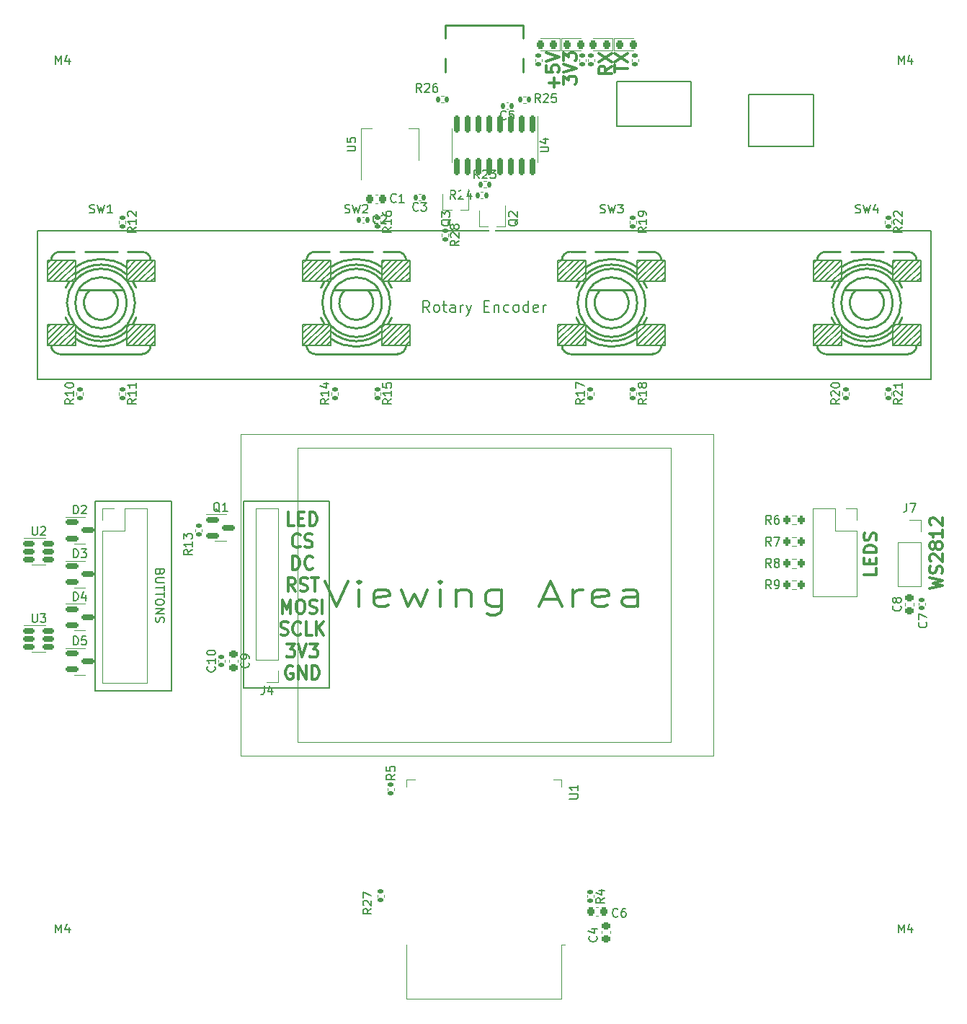
<source format=gbr>
%TF.GenerationSoftware,KiCad,Pcbnew,(6.0.10)*%
%TF.CreationDate,2023-01-15T02:07:26+01:00*%
%TF.ProjectId,obs-studio-controller,6f62732d-7374-4756-9469-6f2d636f6e74,rev?*%
%TF.SameCoordinates,Original*%
%TF.FileFunction,Legend,Top*%
%TF.FilePolarity,Positive*%
%FSLAX46Y46*%
G04 Gerber Fmt 4.6, Leading zero omitted, Abs format (unit mm)*
G04 Created by KiCad (PCBNEW (6.0.10)) date 2023-01-15 02:07:26*
%MOMM*%
%LPD*%
G01*
G04 APERTURE LIST*
G04 Aperture macros list*
%AMRoundRect*
0 Rectangle with rounded corners*
0 $1 Rounding radius*
0 $2 $3 $4 $5 $6 $7 $8 $9 X,Y pos of 4 corners*
0 Add a 4 corners polygon primitive as box body*
4,1,4,$2,$3,$4,$5,$6,$7,$8,$9,$2,$3,0*
0 Add four circle primitives for the rounded corners*
1,1,$1+$1,$2,$3*
1,1,$1+$1,$4,$5*
1,1,$1+$1,$6,$7*
1,1,$1+$1,$8,$9*
0 Add four rect primitives between the rounded corners*
20,1,$1+$1,$2,$3,$4,$5,0*
20,1,$1+$1,$4,$5,$6,$7,0*
20,1,$1+$1,$6,$7,$8,$9,0*
20,1,$1+$1,$8,$9,$2,$3,0*%
G04 Aperture macros list end*
%ADD10C,0.150000*%
%ADD11C,0.300000*%
%ADD12C,0.120000*%
%ADD13C,0.250000*%
%ADD14R,1.500000X0.900000*%
%ADD15R,0.900000X1.500000*%
%ADD16C,0.475000*%
%ADD17R,4.200000X4.200000*%
%ADD18RoundRect,0.150000X-0.150000X0.825000X-0.150000X-0.825000X0.150000X-0.825000X0.150000X0.825000X0*%
%ADD19RoundRect,0.135000X-0.185000X0.135000X-0.185000X-0.135000X0.185000X-0.135000X0.185000X0.135000X0*%
%ADD20RoundRect,0.150000X-0.587500X-0.150000X0.587500X-0.150000X0.587500X0.150000X-0.587500X0.150000X0*%
%ADD21C,2.100000*%
%ADD22C,1.800000*%
%ADD23O,2.300000X4.000000*%
%ADD24R,0.650000X1.220000*%
%ADD25RoundRect,0.218750X0.218750X0.256250X-0.218750X0.256250X-0.218750X-0.256250X0.218750X-0.256250X0*%
%ADD26RoundRect,0.150000X-0.512500X-0.150000X0.512500X-0.150000X0.512500X0.150000X-0.512500X0.150000X0*%
%ADD27RoundRect,0.135000X0.185000X-0.135000X0.185000X0.135000X-0.185000X0.135000X-0.185000X-0.135000X0*%
%ADD28RoundRect,0.140000X0.140000X0.170000X-0.140000X0.170000X-0.140000X-0.170000X0.140000X-0.170000X0*%
%ADD29RoundRect,0.200000X-0.200000X-0.275000X0.200000X-0.275000X0.200000X0.275000X-0.200000X0.275000X0*%
%ADD30RoundRect,0.135000X0.135000X0.185000X-0.135000X0.185000X-0.135000X-0.185000X0.135000X-0.185000X0*%
%ADD31R,1.500000X2.000000*%
%ADD32R,3.800000X2.000000*%
%ADD33RoundRect,0.135000X-0.135000X-0.185000X0.135000X-0.185000X0.135000X0.185000X-0.135000X0.185000X0*%
%ADD34RoundRect,0.218750X-0.218750X-0.256250X0.218750X-0.256250X0.218750X0.256250X-0.218750X0.256250X0*%
%ADD35RoundRect,0.225000X-0.250000X0.225000X-0.250000X-0.225000X0.250000X-0.225000X0.250000X0.225000X0*%
%ADD36RoundRect,0.225000X0.225000X0.250000X-0.225000X0.250000X-0.225000X-0.250000X0.225000X-0.250000X0*%
%ADD37RoundRect,0.225000X0.250000X-0.225000X0.250000X0.225000X-0.250000X0.225000X-0.250000X-0.225000X0*%
%ADD38R,1.700000X1.700000*%
%ADD39O,1.700000X1.700000*%
%ADD40RoundRect,0.140000X0.170000X-0.140000X0.170000X0.140000X-0.170000X0.140000X-0.170000X-0.140000X0*%
%ADD41C,0.650000*%
%ADD42O,1.000000X2.100000*%
%ADD43O,1.000000X1.800000*%
%ADD44R,0.600000X1.150000*%
%ADD45R,0.300000X1.150000*%
%ADD46RoundRect,0.140000X-0.140000X-0.170000X0.140000X-0.170000X0.140000X0.170000X-0.140000X0.170000X0*%
%ADD47RoundRect,0.225000X-0.225000X-0.250000X0.225000X-0.250000X0.225000X0.250000X-0.225000X0.250000X0*%
G04 APERTURE END LIST*
D10*
X1850000Y-15750000D02*
X10800000Y-15750000D01*
X10800000Y-15750000D02*
X10800000Y-38050000D01*
X10800000Y-38050000D02*
X1850000Y-38050000D01*
X1850000Y-38050000D02*
X1850000Y-15750000D01*
X78600000Y31950000D02*
X86250000Y31950000D01*
X86250000Y31950000D02*
X86250000Y25900000D01*
X86250000Y25900000D02*
X78600000Y25900000D01*
X78600000Y25900000D02*
X78600000Y31950000D01*
X63150000Y28250000D02*
X71850000Y28250000D01*
X71850000Y28250000D02*
X71850000Y33500000D01*
X71850000Y33500000D02*
X63150000Y33500000D01*
X63150000Y33500000D02*
X63150000Y28250000D01*
X19250000Y-15750000D02*
X29350000Y-15750000D01*
X29350000Y-15750000D02*
X29350000Y-37750000D01*
X29350000Y-37750000D02*
X19250000Y-37750000D01*
X19250000Y-37750000D02*
X19250000Y-15750000D01*
X-5000000Y16000000D02*
X100000000Y16000000D01*
X100000000Y16000000D02*
X100000000Y-1500000D01*
X100000000Y-1500000D02*
X-5000000Y-1500000D01*
X-5000000Y-1500000D02*
X-5000000Y16000000D01*
X-2809523Y-66452380D02*
X-2809523Y-65452380D01*
X-2476190Y-66166666D01*
X-2142857Y-65452380D01*
X-2142857Y-66452380D01*
X-1238095Y-65785714D02*
X-1238095Y-66452380D01*
X-1476190Y-65404761D02*
X-1714285Y-66119047D01*
X-1095238Y-66119047D01*
D11*
X62478571Y35300000D02*
X61764285Y34800000D01*
X62478571Y34442857D02*
X60978571Y34442857D01*
X60978571Y35014285D01*
X61050000Y35157142D01*
X61121428Y35228571D01*
X61264285Y35300000D01*
X61478571Y35300000D01*
X61621428Y35228571D01*
X61692857Y35157142D01*
X61764285Y35014285D01*
X61764285Y34442857D01*
X60978571Y35800000D02*
X62478571Y36800000D01*
X60978571Y36800000D02*
X62478571Y35800000D01*
X25185714Y-18657809D02*
X24471428Y-18657809D01*
X24471428Y-17057809D01*
X25685714Y-17819714D02*
X26185714Y-17819714D01*
X26400000Y-18657809D02*
X25685714Y-18657809D01*
X25685714Y-17057809D01*
X26400000Y-17057809D01*
X27042857Y-18657809D02*
X27042857Y-17057809D01*
X27400000Y-17057809D01*
X27614285Y-17134000D01*
X27757142Y-17286380D01*
X27828571Y-17438761D01*
X27900000Y-17743523D01*
X27900000Y-17972095D01*
X27828571Y-18276857D01*
X27757142Y-18429238D01*
X27614285Y-18581619D01*
X27400000Y-18657809D01*
X27042857Y-18657809D01*
X25900000Y-21081428D02*
X25828571Y-21157619D01*
X25614285Y-21233809D01*
X25471428Y-21233809D01*
X25257142Y-21157619D01*
X25114285Y-21005238D01*
X25042857Y-20852857D01*
X24971428Y-20548095D01*
X24971428Y-20319523D01*
X25042857Y-20014761D01*
X25114285Y-19862380D01*
X25257142Y-19710000D01*
X25471428Y-19633809D01*
X25614285Y-19633809D01*
X25828571Y-19710000D01*
X25900000Y-19786190D01*
X26471428Y-21157619D02*
X26685714Y-21233809D01*
X27042857Y-21233809D01*
X27185714Y-21157619D01*
X27257142Y-21081428D01*
X27328571Y-20929047D01*
X27328571Y-20776666D01*
X27257142Y-20624285D01*
X27185714Y-20548095D01*
X27042857Y-20471904D01*
X26757142Y-20395714D01*
X26614285Y-20319523D01*
X26542857Y-20243333D01*
X26471428Y-20090952D01*
X26471428Y-19938571D01*
X26542857Y-19786190D01*
X26614285Y-19710000D01*
X26757142Y-19633809D01*
X27114285Y-19633809D01*
X27328571Y-19710000D01*
X25007142Y-23809809D02*
X25007142Y-22209809D01*
X25364285Y-22209809D01*
X25578571Y-22286000D01*
X25721428Y-22438380D01*
X25792857Y-22590761D01*
X25864285Y-22895523D01*
X25864285Y-23124095D01*
X25792857Y-23428857D01*
X25721428Y-23581238D01*
X25578571Y-23733619D01*
X25364285Y-23809809D01*
X25007142Y-23809809D01*
X27364285Y-23657428D02*
X27292857Y-23733619D01*
X27078571Y-23809809D01*
X26935714Y-23809809D01*
X26721428Y-23733619D01*
X26578571Y-23581238D01*
X26507142Y-23428857D01*
X26435714Y-23124095D01*
X26435714Y-22895523D01*
X26507142Y-22590761D01*
X26578571Y-22438380D01*
X26721428Y-22286000D01*
X26935714Y-22209809D01*
X27078571Y-22209809D01*
X27292857Y-22286000D01*
X27364285Y-22362190D01*
X25328571Y-26385809D02*
X24828571Y-25623904D01*
X24471428Y-26385809D02*
X24471428Y-24785809D01*
X25042857Y-24785809D01*
X25185714Y-24862000D01*
X25257142Y-24938190D01*
X25328571Y-25090571D01*
X25328571Y-25319142D01*
X25257142Y-25471523D01*
X25185714Y-25547714D01*
X25042857Y-25623904D01*
X24471428Y-25623904D01*
X25900000Y-26309619D02*
X26114285Y-26385809D01*
X26471428Y-26385809D01*
X26614285Y-26309619D01*
X26685714Y-26233428D01*
X26757142Y-26081047D01*
X26757142Y-25928666D01*
X26685714Y-25776285D01*
X26614285Y-25700095D01*
X26471428Y-25623904D01*
X26185714Y-25547714D01*
X26042857Y-25471523D01*
X25971428Y-25395333D01*
X25900000Y-25242952D01*
X25900000Y-25090571D01*
X25971428Y-24938190D01*
X26042857Y-24862000D01*
X26185714Y-24785809D01*
X26542857Y-24785809D01*
X26757142Y-24862000D01*
X27185714Y-24785809D02*
X28042857Y-24785809D01*
X27614285Y-26385809D02*
X27614285Y-24785809D01*
X23792857Y-28961809D02*
X23792857Y-27361809D01*
X24292857Y-28504666D01*
X24792857Y-27361809D01*
X24792857Y-28961809D01*
X25792857Y-27361809D02*
X26078571Y-27361809D01*
X26221428Y-27438000D01*
X26364285Y-27590380D01*
X26435714Y-27895142D01*
X26435714Y-28428476D01*
X26364285Y-28733238D01*
X26221428Y-28885619D01*
X26078571Y-28961809D01*
X25792857Y-28961809D01*
X25650000Y-28885619D01*
X25507142Y-28733238D01*
X25435714Y-28428476D01*
X25435714Y-27895142D01*
X25507142Y-27590380D01*
X25650000Y-27438000D01*
X25792857Y-27361809D01*
X27007142Y-28885619D02*
X27221428Y-28961809D01*
X27578571Y-28961809D01*
X27721428Y-28885619D01*
X27792857Y-28809428D01*
X27864285Y-28657047D01*
X27864285Y-28504666D01*
X27792857Y-28352285D01*
X27721428Y-28276095D01*
X27578571Y-28199904D01*
X27292857Y-28123714D01*
X27150000Y-28047523D01*
X27078571Y-27971333D01*
X27007142Y-27818952D01*
X27007142Y-27666571D01*
X27078571Y-27514190D01*
X27150000Y-27438000D01*
X27292857Y-27361809D01*
X27650000Y-27361809D01*
X27864285Y-27438000D01*
X28507142Y-28961809D02*
X28507142Y-27361809D01*
X23614285Y-31461619D02*
X23828571Y-31537809D01*
X24185714Y-31537809D01*
X24328571Y-31461619D01*
X24400000Y-31385428D01*
X24471428Y-31233047D01*
X24471428Y-31080666D01*
X24400000Y-30928285D01*
X24328571Y-30852095D01*
X24185714Y-30775904D01*
X23900000Y-30699714D01*
X23757142Y-30623523D01*
X23685714Y-30547333D01*
X23614285Y-30394952D01*
X23614285Y-30242571D01*
X23685714Y-30090190D01*
X23757142Y-30014000D01*
X23900000Y-29937809D01*
X24257142Y-29937809D01*
X24471428Y-30014000D01*
X25971428Y-31385428D02*
X25900000Y-31461619D01*
X25685714Y-31537809D01*
X25542857Y-31537809D01*
X25328571Y-31461619D01*
X25185714Y-31309238D01*
X25114285Y-31156857D01*
X25042857Y-30852095D01*
X25042857Y-30623523D01*
X25114285Y-30318761D01*
X25185714Y-30166380D01*
X25328571Y-30014000D01*
X25542857Y-29937809D01*
X25685714Y-29937809D01*
X25900000Y-30014000D01*
X25971428Y-30090190D01*
X27328571Y-31537809D02*
X26614285Y-31537809D01*
X26614285Y-29937809D01*
X27828571Y-31537809D02*
X27828571Y-29937809D01*
X28685714Y-31537809D02*
X28042857Y-30623523D01*
X28685714Y-29937809D02*
X27828571Y-30852095D01*
X24292857Y-32513809D02*
X25221428Y-32513809D01*
X24721428Y-33123333D01*
X24935714Y-33123333D01*
X25078571Y-33199523D01*
X25150000Y-33275714D01*
X25221428Y-33428095D01*
X25221428Y-33809047D01*
X25150000Y-33961428D01*
X25078571Y-34037619D01*
X24935714Y-34113809D01*
X24507142Y-34113809D01*
X24364285Y-34037619D01*
X24292857Y-33961428D01*
X25650000Y-32513809D02*
X26150000Y-34113809D01*
X26650000Y-32513809D01*
X27007142Y-32513809D02*
X27935714Y-32513809D01*
X27435714Y-33123333D01*
X27650000Y-33123333D01*
X27792857Y-33199523D01*
X27864285Y-33275714D01*
X27935714Y-33428095D01*
X27935714Y-33809047D01*
X27864285Y-33961428D01*
X27792857Y-34037619D01*
X27650000Y-34113809D01*
X27221428Y-34113809D01*
X27078571Y-34037619D01*
X27007142Y-33961428D01*
X25007142Y-35166000D02*
X24864285Y-35089809D01*
X24650000Y-35089809D01*
X24435714Y-35166000D01*
X24292857Y-35318380D01*
X24221428Y-35470761D01*
X24150000Y-35775523D01*
X24150000Y-36004095D01*
X24221428Y-36308857D01*
X24292857Y-36461238D01*
X24435714Y-36613619D01*
X24650000Y-36689809D01*
X24792857Y-36689809D01*
X25007142Y-36613619D01*
X25078571Y-36537428D01*
X25078571Y-36004095D01*
X24792857Y-36004095D01*
X25721428Y-36689809D02*
X25721428Y-35089809D01*
X26578571Y-36689809D01*
X26578571Y-35089809D01*
X27292857Y-36689809D02*
X27292857Y-35089809D01*
X27650000Y-35089809D01*
X27864285Y-35166000D01*
X28007142Y-35318380D01*
X28078571Y-35470761D01*
X28150000Y-35775523D01*
X28150000Y-36004095D01*
X28078571Y-36308857D01*
X28007142Y-36461238D01*
X27864285Y-36613619D01*
X27650000Y-36689809D01*
X27292857Y-36689809D01*
D10*
X-2809523Y35547619D02*
X-2809523Y36547619D01*
X-2476190Y35833333D01*
X-2142857Y36547619D01*
X-2142857Y35547619D01*
X-1238095Y36214285D02*
X-1238095Y35547619D01*
X-1476190Y36595238D02*
X-1714285Y35880952D01*
X-1095238Y35880952D01*
X41092857Y6411904D02*
X40659523Y7030952D01*
X40349999Y6411904D02*
X40349999Y7711904D01*
X40845238Y7711904D01*
X40969047Y7650000D01*
X41030952Y7588095D01*
X41092857Y7464285D01*
X41092857Y7278571D01*
X41030952Y7154761D01*
X40969047Y7092857D01*
X40845238Y7030952D01*
X40349999Y7030952D01*
X41835714Y6411904D02*
X41711904Y6473809D01*
X41649999Y6535714D01*
X41588095Y6659523D01*
X41588095Y7030952D01*
X41649999Y7154761D01*
X41711904Y7216666D01*
X41835714Y7278571D01*
X42021428Y7278571D01*
X42145238Y7216666D01*
X42207142Y7154761D01*
X42269047Y7030952D01*
X42269047Y6659523D01*
X42207142Y6535714D01*
X42145238Y6473809D01*
X42021428Y6411904D01*
X41835714Y6411904D01*
X42640476Y7278571D02*
X43135714Y7278571D01*
X42826190Y7711904D02*
X42826190Y6597619D01*
X42888095Y6473809D01*
X43011904Y6411904D01*
X43135714Y6411904D01*
X44126190Y6411904D02*
X44126190Y7092857D01*
X44064285Y7216666D01*
X43940476Y7278571D01*
X43692857Y7278571D01*
X43569047Y7216666D01*
X44126190Y6473809D02*
X44002380Y6411904D01*
X43692857Y6411904D01*
X43569047Y6473809D01*
X43507142Y6597619D01*
X43507142Y6721428D01*
X43569047Y6845238D01*
X43692857Y6907142D01*
X44002380Y6907142D01*
X44126190Y6969047D01*
X44745238Y6411904D02*
X44745238Y7278571D01*
X44745238Y7030952D02*
X44807142Y7154761D01*
X44869047Y7216666D01*
X44992857Y7278571D01*
X45116666Y7278571D01*
X45426190Y7278571D02*
X45735714Y6411904D01*
X46045238Y7278571D02*
X45735714Y6411904D01*
X45611904Y6102380D01*
X45549999Y6040476D01*
X45426190Y5978571D01*
X47530952Y7092857D02*
X47964285Y7092857D01*
X48149999Y6411904D02*
X47530952Y6411904D01*
X47530952Y7711904D01*
X48149999Y7711904D01*
X48707142Y7278571D02*
X48707142Y6411904D01*
X48707142Y7154761D02*
X48769047Y7216666D01*
X48892857Y7278571D01*
X49078571Y7278571D01*
X49202380Y7216666D01*
X49264285Y7092857D01*
X49264285Y6411904D01*
X50440476Y6473809D02*
X50316666Y6411904D01*
X50069047Y6411904D01*
X49945238Y6473809D01*
X49883333Y6535714D01*
X49821428Y6659523D01*
X49821428Y7030952D01*
X49883333Y7154761D01*
X49945238Y7216666D01*
X50069047Y7278571D01*
X50316666Y7278571D01*
X50440476Y7216666D01*
X51183333Y6411904D02*
X51059523Y6473809D01*
X50997619Y6535714D01*
X50935714Y6659523D01*
X50935714Y7030952D01*
X50997619Y7154761D01*
X51059523Y7216666D01*
X51183333Y7278571D01*
X51369047Y7278571D01*
X51492857Y7216666D01*
X51554761Y7154761D01*
X51616666Y7030952D01*
X51616666Y6659523D01*
X51554761Y6535714D01*
X51492857Y6473809D01*
X51369047Y6411904D01*
X51183333Y6411904D01*
X52730952Y6411904D02*
X52730952Y7711904D01*
X52730952Y6473809D02*
X52607142Y6411904D01*
X52359523Y6411904D01*
X52235714Y6473809D01*
X52173809Y6535714D01*
X52111904Y6659523D01*
X52111904Y7030952D01*
X52173809Y7154761D01*
X52235714Y7216666D01*
X52359523Y7278571D01*
X52607142Y7278571D01*
X52730952Y7216666D01*
X53845238Y6473809D02*
X53721428Y6411904D01*
X53473809Y6411904D01*
X53349999Y6473809D01*
X53288095Y6597619D01*
X53288095Y7092857D01*
X53349999Y7216666D01*
X53473809Y7278571D01*
X53721428Y7278571D01*
X53845238Y7216666D01*
X53907142Y7092857D01*
X53907142Y6969047D01*
X53288095Y6845238D01*
X54464285Y6411904D02*
X54464285Y7278571D01*
X54464285Y7030952D02*
X54526190Y7154761D01*
X54588095Y7216666D01*
X54711904Y7278571D01*
X54835714Y7278571D01*
D11*
X62878571Y34557142D02*
X62878571Y35414285D01*
X64378571Y34985714D02*
X62878571Y34985714D01*
X62878571Y35771428D02*
X64378571Y36771428D01*
X62878571Y36771428D02*
X64378571Y35771428D01*
X56828571Y33192857D02*
X56828571Y34121428D01*
X57400000Y33621428D01*
X57400000Y33835714D01*
X57471428Y33978571D01*
X57542857Y34050000D01*
X57685714Y34121428D01*
X58042857Y34121428D01*
X58185714Y34050000D01*
X58257142Y33978571D01*
X58328571Y33835714D01*
X58328571Y33407142D01*
X58257142Y33264285D01*
X58185714Y33192857D01*
X56828571Y34550000D02*
X58328571Y35050000D01*
X56828571Y35550000D01*
X56828571Y35907142D02*
X56828571Y36835714D01*
X57400000Y36335714D01*
X57400000Y36550000D01*
X57471428Y36692857D01*
X57542857Y36764285D01*
X57685714Y36835714D01*
X58042857Y36835714D01*
X58185714Y36764285D01*
X58257142Y36692857D01*
X58328571Y36550000D01*
X58328571Y36121428D01*
X58257142Y35978571D01*
X58185714Y35907142D01*
X93628571Y-23678571D02*
X93628571Y-24392857D01*
X92128571Y-24392857D01*
X92842857Y-23178571D02*
X92842857Y-22678571D01*
X93628571Y-22464285D02*
X93628571Y-23178571D01*
X92128571Y-23178571D01*
X92128571Y-22464285D01*
X93628571Y-21821428D02*
X92128571Y-21821428D01*
X92128571Y-21464285D01*
X92200000Y-21250000D01*
X92342857Y-21107142D01*
X92485714Y-21035714D01*
X92771428Y-20964285D01*
X92985714Y-20964285D01*
X93271428Y-21035714D01*
X93414285Y-21107142D01*
X93557142Y-21250000D01*
X93628571Y-21464285D01*
X93628571Y-21821428D01*
X93557142Y-20392857D02*
X93628571Y-20178571D01*
X93628571Y-19821428D01*
X93557142Y-19678571D01*
X93485714Y-19607142D01*
X93342857Y-19535714D01*
X93200000Y-19535714D01*
X93057142Y-19607142D01*
X92985714Y-19678571D01*
X92914285Y-19821428D01*
X92842857Y-20107142D01*
X92771428Y-20250000D01*
X92700000Y-20321428D01*
X92557142Y-20392857D01*
X92414285Y-20392857D01*
X92271428Y-20321428D01*
X92200000Y-20250000D01*
X92128571Y-20107142D01*
X92128571Y-19750000D01*
X92200000Y-19535714D01*
X55757142Y32771428D02*
X55757142Y33914285D01*
X56328571Y33342857D02*
X55185714Y33342857D01*
X54828571Y35342857D02*
X54828571Y34628571D01*
X55542857Y34557142D01*
X55471428Y34628571D01*
X55400000Y34771428D01*
X55400000Y35128571D01*
X55471428Y35271428D01*
X55542857Y35342857D01*
X55685714Y35414285D01*
X56042857Y35414285D01*
X56185714Y35342857D01*
X56257142Y35271428D01*
X56328571Y35128571D01*
X56328571Y34771428D01*
X56257142Y34628571D01*
X56185714Y34557142D01*
X54828571Y35842857D02*
X56328571Y36342857D01*
X54828571Y36842857D01*
X99878571Y-26064285D02*
X101378571Y-25707142D01*
X100307142Y-25421428D01*
X101378571Y-25135714D01*
X99878571Y-24778571D01*
X101307142Y-24278571D02*
X101378571Y-24064285D01*
X101378571Y-23707142D01*
X101307142Y-23564285D01*
X101235714Y-23492857D01*
X101092857Y-23421428D01*
X100950000Y-23421428D01*
X100807142Y-23492857D01*
X100735714Y-23564285D01*
X100664285Y-23707142D01*
X100592857Y-23992857D01*
X100521428Y-24135714D01*
X100450000Y-24207142D01*
X100307142Y-24278571D01*
X100164285Y-24278571D01*
X100021428Y-24207142D01*
X99950000Y-24135714D01*
X99878571Y-23992857D01*
X99878571Y-23635714D01*
X99950000Y-23421428D01*
X100021428Y-22850000D02*
X99950000Y-22778571D01*
X99878571Y-22635714D01*
X99878571Y-22278571D01*
X99950000Y-22135714D01*
X100021428Y-22064285D01*
X100164285Y-21992857D01*
X100307142Y-21992857D01*
X100521428Y-22064285D01*
X101378571Y-22921428D01*
X101378571Y-21992857D01*
X100521428Y-21135714D02*
X100450000Y-21278571D01*
X100378571Y-21350000D01*
X100235714Y-21421428D01*
X100164285Y-21421428D01*
X100021428Y-21350000D01*
X99950000Y-21278571D01*
X99878571Y-21135714D01*
X99878571Y-20850000D01*
X99950000Y-20707142D01*
X100021428Y-20635714D01*
X100164285Y-20564285D01*
X100235714Y-20564285D01*
X100378571Y-20635714D01*
X100450000Y-20707142D01*
X100521428Y-20850000D01*
X100521428Y-21135714D01*
X100592857Y-21278571D01*
X100664285Y-21350000D01*
X100807142Y-21421428D01*
X101092857Y-21421428D01*
X101235714Y-21350000D01*
X101307142Y-21278571D01*
X101378571Y-21135714D01*
X101378571Y-20850000D01*
X101307142Y-20707142D01*
X101235714Y-20635714D01*
X101092857Y-20564285D01*
X100807142Y-20564285D01*
X100664285Y-20635714D01*
X100592857Y-20707142D01*
X100521428Y-20850000D01*
X101378571Y-19135714D02*
X101378571Y-19992857D01*
X101378571Y-19564285D02*
X99878571Y-19564285D01*
X100092857Y-19707142D01*
X100235714Y-19850000D01*
X100307142Y-19992857D01*
X100021428Y-18564285D02*
X99950000Y-18492857D01*
X99878571Y-18350000D01*
X99878571Y-17992857D01*
X99950000Y-17850000D01*
X100021428Y-17778571D01*
X100164285Y-17707142D01*
X100307142Y-17707142D01*
X100521428Y-17778571D01*
X101378571Y-18635714D01*
X101378571Y-17707142D01*
D10*
X9421428Y-24111904D02*
X9373809Y-24254761D01*
X9326190Y-24302380D01*
X9230952Y-24350000D01*
X9088095Y-24350000D01*
X8992857Y-24302380D01*
X8945238Y-24254761D01*
X8897619Y-24159523D01*
X8897619Y-23778571D01*
X9897619Y-23778571D01*
X9897619Y-24111904D01*
X9850000Y-24207142D01*
X9802380Y-24254761D01*
X9707142Y-24302380D01*
X9611904Y-24302380D01*
X9516666Y-24254761D01*
X9469047Y-24207142D01*
X9421428Y-24111904D01*
X9421428Y-23778571D01*
X9897619Y-24778571D02*
X9088095Y-24778571D01*
X8992857Y-24826190D01*
X8945238Y-24873809D01*
X8897619Y-24969047D01*
X8897619Y-25159523D01*
X8945238Y-25254761D01*
X8992857Y-25302380D01*
X9088095Y-25350000D01*
X9897619Y-25350000D01*
X9897619Y-25683333D02*
X9897619Y-26254761D01*
X8897619Y-25969047D02*
X9897619Y-25969047D01*
X9897619Y-26445238D02*
X9897619Y-27016666D01*
X8897619Y-26730952D02*
X9897619Y-26730952D01*
X9897619Y-27540476D02*
X9897619Y-27730952D01*
X9850000Y-27826190D01*
X9754761Y-27921428D01*
X9564285Y-27969047D01*
X9230952Y-27969047D01*
X9040476Y-27921428D01*
X8945238Y-27826190D01*
X8897619Y-27730952D01*
X8897619Y-27540476D01*
X8945238Y-27445238D01*
X9040476Y-27350000D01*
X9230952Y-27302380D01*
X9564285Y-27302380D01*
X9754761Y-27350000D01*
X9850000Y-27445238D01*
X9897619Y-27540476D01*
X8897619Y-28397619D02*
X9897619Y-28397619D01*
X8897619Y-28969047D01*
X9897619Y-28969047D01*
X8945238Y-29397619D02*
X8897619Y-29540476D01*
X8897619Y-29778571D01*
X8945238Y-29873809D01*
X8992857Y-29921428D01*
X9088095Y-29969047D01*
X9183333Y-29969047D01*
X9278571Y-29921428D01*
X9326190Y-29873809D01*
X9373809Y-29778571D01*
X9421428Y-29588095D01*
X9469047Y-29492857D01*
X9516666Y-29445238D01*
X9611904Y-29397619D01*
X9707142Y-29397619D01*
X9802380Y-29445238D01*
X9850000Y-29492857D01*
X9897619Y-29588095D01*
X9897619Y-29826190D01*
X9850000Y-29969047D01*
X96190476Y35547619D02*
X96190476Y36547619D01*
X96523809Y35833333D01*
X96857142Y36547619D01*
X96857142Y35547619D01*
X97761904Y36214285D02*
X97761904Y35547619D01*
X97523809Y36595238D02*
X97285714Y35880952D01*
X97904761Y35880952D01*
X96190476Y-66452380D02*
X96190476Y-65452380D01*
X96523809Y-66166666D01*
X96857142Y-65452380D01*
X96857142Y-66452380D01*
X97761904Y-65785714D02*
X97761904Y-66452380D01*
X97523809Y-65404761D02*
X97285714Y-66119047D01*
X97904761Y-66119047D01*
%TO.C,U1*%
X57562380Y-50716904D02*
X58371904Y-50716904D01*
X58467142Y-50669285D01*
X58514761Y-50621666D01*
X58562380Y-50526428D01*
X58562380Y-50335952D01*
X58514761Y-50240714D01*
X58467142Y-50193095D01*
X58371904Y-50145476D01*
X57562380Y-50145476D01*
X58562380Y-49145476D02*
X58562380Y-49716904D01*
X58562380Y-49431190D02*
X57562380Y-49431190D01*
X57705238Y-49526428D01*
X57800476Y-49621666D01*
X57848095Y-49716904D01*
%TO.C,U4*%
X54102380Y25238095D02*
X54911904Y25238095D01*
X55007142Y25285714D01*
X55054761Y25333333D01*
X55102380Y25428571D01*
X55102380Y25619047D01*
X55054761Y25714285D01*
X55007142Y25761904D01*
X54911904Y25809523D01*
X54102380Y25809523D01*
X54435714Y26714285D02*
X55102380Y26714285D01*
X54054761Y26476190D02*
X54769047Y26238095D01*
X54769047Y26857142D01*
%TO.C,R5*%
X37052380Y-47866666D02*
X36576190Y-48200000D01*
X37052380Y-48438095D02*
X36052380Y-48438095D01*
X36052380Y-48057142D01*
X36100000Y-47961904D01*
X36147619Y-47914285D01*
X36242857Y-47866666D01*
X36385714Y-47866666D01*
X36480952Y-47914285D01*
X36528571Y-47961904D01*
X36576190Y-48057142D01*
X36576190Y-48438095D01*
X36052380Y-46961904D02*
X36052380Y-47438095D01*
X36528571Y-47485714D01*
X36480952Y-47438095D01*
X36433333Y-47342857D01*
X36433333Y-47104761D01*
X36480952Y-47009523D01*
X36528571Y-46961904D01*
X36623809Y-46914285D01*
X36861904Y-46914285D01*
X36957142Y-46961904D01*
X37004761Y-47009523D01*
X37052380Y-47104761D01*
X37052380Y-47342857D01*
X37004761Y-47438095D01*
X36957142Y-47485714D01*
%TO.C,D5*%
X-738095Y-32652380D02*
X-738095Y-31652380D01*
X-500000Y-31652380D01*
X-357142Y-31700000D01*
X-261904Y-31795238D01*
X-214285Y-31890476D01*
X-166666Y-32080952D01*
X-166666Y-32223809D01*
X-214285Y-32414285D01*
X-261904Y-32509523D01*
X-357142Y-32604761D01*
X-500000Y-32652380D01*
X-738095Y-32652380D01*
X738095Y-31652380D02*
X261904Y-31652380D01*
X214285Y-32128571D01*
X261904Y-32080952D01*
X357142Y-32033333D01*
X595238Y-32033333D01*
X690476Y-32080952D01*
X738095Y-32128571D01*
X785714Y-32223809D01*
X785714Y-32461904D01*
X738095Y-32557142D01*
X690476Y-32604761D01*
X595238Y-32652380D01*
X357142Y-32652380D01*
X261904Y-32604761D01*
X214285Y-32557142D01*
%TO.C,SW3*%
X61166666Y18095238D02*
X61309523Y18047619D01*
X61547619Y18047619D01*
X61642857Y18095238D01*
X61690476Y18142857D01*
X61738095Y18238095D01*
X61738095Y18333333D01*
X61690476Y18428571D01*
X61642857Y18476190D01*
X61547619Y18523809D01*
X61357142Y18571428D01*
X61261904Y18619047D01*
X61214285Y18666666D01*
X61166666Y18761904D01*
X61166666Y18857142D01*
X61214285Y18952380D01*
X61261904Y19000000D01*
X61357142Y19047619D01*
X61595238Y19047619D01*
X61738095Y19000000D01*
X62071428Y19047619D02*
X62309523Y18047619D01*
X62500000Y18761904D01*
X62690476Y18047619D01*
X62928571Y19047619D01*
X63214285Y19047619D02*
X63833333Y19047619D01*
X63500000Y18666666D01*
X63642857Y18666666D01*
X63738095Y18619047D01*
X63785714Y18571428D01*
X63833333Y18476190D01*
X63833333Y18238095D01*
X63785714Y18142857D01*
X63738095Y18095238D01*
X63642857Y18047619D01*
X63357142Y18047619D01*
X63261904Y18095238D01*
X63214285Y18142857D01*
%TO.C,R4*%
X61677380Y-62366666D02*
X61201190Y-62700000D01*
X61677380Y-62938095D02*
X60677380Y-62938095D01*
X60677380Y-62557142D01*
X60725000Y-62461904D01*
X60772619Y-62414285D01*
X60867857Y-62366666D01*
X61010714Y-62366666D01*
X61105952Y-62414285D01*
X61153571Y-62461904D01*
X61201190Y-62557142D01*
X61201190Y-62938095D01*
X61010714Y-61509523D02*
X61677380Y-61509523D01*
X60629761Y-61747619D02*
X61344047Y-61985714D01*
X61344047Y-61366666D01*
%TO.C,Q3*%
X43597619Y17304761D02*
X43550000Y17209523D01*
X43454761Y17114285D01*
X43311904Y16971428D01*
X43264285Y16876190D01*
X43264285Y16780952D01*
X43502380Y16828571D02*
X43454761Y16733333D01*
X43359523Y16638095D01*
X43169047Y16590476D01*
X42835714Y16590476D01*
X42645238Y16638095D01*
X42550000Y16733333D01*
X42502380Y16828571D01*
X42502380Y17019047D01*
X42550000Y17114285D01*
X42645238Y17209523D01*
X42835714Y17257142D01*
X43169047Y17257142D01*
X43359523Y17209523D01*
X43454761Y17114285D01*
X43502380Y17019047D01*
X43502380Y16828571D01*
X42502380Y17590476D02*
X42502380Y18209523D01*
X42883333Y17876190D01*
X42883333Y18019047D01*
X42930952Y18114285D01*
X42978571Y18161904D01*
X43073809Y18209523D01*
X43311904Y18209523D01*
X43407142Y18161904D01*
X43454761Y18114285D01*
X43502380Y18019047D01*
X43502380Y17733333D01*
X43454761Y17638095D01*
X43407142Y17590476D01*
%TO.C,SW1*%
X1166666Y18095238D02*
X1309523Y18047619D01*
X1547619Y18047619D01*
X1642857Y18095238D01*
X1690476Y18142857D01*
X1738095Y18238095D01*
X1738095Y18333333D01*
X1690476Y18428571D01*
X1642857Y18476190D01*
X1547619Y18523809D01*
X1357142Y18571428D01*
X1261904Y18619047D01*
X1214285Y18666666D01*
X1166666Y18761904D01*
X1166666Y18857142D01*
X1214285Y18952380D01*
X1261904Y19000000D01*
X1357142Y19047619D01*
X1595238Y19047619D01*
X1738095Y19000000D01*
X2071428Y19047619D02*
X2309523Y18047619D01*
X2500000Y18761904D01*
X2690476Y18047619D01*
X2928571Y19047619D01*
X3833333Y18047619D02*
X3261904Y18047619D01*
X3547619Y18047619D02*
X3547619Y19047619D01*
X3452380Y18904761D01*
X3357142Y18809523D01*
X3261904Y18761904D01*
%TO.C,R15*%
X36622380Y-3792857D02*
X36146190Y-4126190D01*
X36622380Y-4364285D02*
X35622380Y-4364285D01*
X35622380Y-3983333D01*
X35670000Y-3888095D01*
X35717619Y-3840476D01*
X35812857Y-3792857D01*
X35955714Y-3792857D01*
X36050952Y-3840476D01*
X36098571Y-3888095D01*
X36146190Y-3983333D01*
X36146190Y-4364285D01*
X36622380Y-2840476D02*
X36622380Y-3411904D01*
X36622380Y-3126190D02*
X35622380Y-3126190D01*
X35765238Y-3221428D01*
X35860476Y-3316666D01*
X35908095Y-3411904D01*
X35622380Y-1935714D02*
X35622380Y-2411904D01*
X36098571Y-2459523D01*
X36050952Y-2411904D01*
X36003333Y-2316666D01*
X36003333Y-2078571D01*
X36050952Y-1983333D01*
X36098571Y-1935714D01*
X36193809Y-1888095D01*
X36431904Y-1888095D01*
X36527142Y-1935714D01*
X36574761Y-1983333D01*
X36622380Y-2078571D01*
X36622380Y-2316666D01*
X36574761Y-2411904D01*
X36527142Y-2459523D01*
%TO.C,Q2*%
X51487619Y17304761D02*
X51440000Y17209523D01*
X51344761Y17114285D01*
X51201904Y16971428D01*
X51154285Y16876190D01*
X51154285Y16780952D01*
X51392380Y16828571D02*
X51344761Y16733333D01*
X51249523Y16638095D01*
X51059047Y16590476D01*
X50725714Y16590476D01*
X50535238Y16638095D01*
X50440000Y16733333D01*
X50392380Y16828571D01*
X50392380Y17019047D01*
X50440000Y17114285D01*
X50535238Y17209523D01*
X50725714Y17257142D01*
X51059047Y17257142D01*
X51249523Y17209523D01*
X51344761Y17114285D01*
X51392380Y17019047D01*
X51392380Y16828571D01*
X50487619Y17638095D02*
X50440000Y17685714D01*
X50392380Y17780952D01*
X50392380Y18019047D01*
X50440000Y18114285D01*
X50487619Y18161904D01*
X50582857Y18209523D01*
X50678095Y18209523D01*
X50820952Y18161904D01*
X51392380Y17590476D01*
X51392380Y18209523D01*
%TO.C,U2*%
X-5561904Y-18752380D02*
X-5561904Y-19561904D01*
X-5514285Y-19657142D01*
X-5466666Y-19704761D01*
X-5371428Y-19752380D01*
X-5180952Y-19752380D01*
X-5085714Y-19704761D01*
X-5038095Y-19657142D01*
X-4990476Y-19561904D01*
X-4990476Y-18752380D01*
X-4561904Y-18847619D02*
X-4514285Y-18800000D01*
X-4419047Y-18752380D01*
X-4180952Y-18752380D01*
X-4085714Y-18800000D01*
X-4038095Y-18847619D01*
X-3990476Y-18942857D01*
X-3990476Y-19038095D01*
X-4038095Y-19180952D01*
X-4609523Y-19752380D01*
X-3990476Y-19752380D01*
%TO.C,SW2*%
X31166666Y18095238D02*
X31309523Y18047619D01*
X31547619Y18047619D01*
X31642857Y18095238D01*
X31690476Y18142857D01*
X31738095Y18238095D01*
X31738095Y18333333D01*
X31690476Y18428571D01*
X31642857Y18476190D01*
X31547619Y18523809D01*
X31357142Y18571428D01*
X31261904Y18619047D01*
X31214285Y18666666D01*
X31166666Y18761904D01*
X31166666Y18857142D01*
X31214285Y18952380D01*
X31261904Y19000000D01*
X31357142Y19047619D01*
X31595238Y19047619D01*
X31738095Y19000000D01*
X32071428Y19047619D02*
X32309523Y18047619D01*
X32500000Y18761904D01*
X32690476Y18047619D01*
X32928571Y19047619D01*
X33261904Y18952380D02*
X33309523Y19000000D01*
X33404761Y19047619D01*
X33642857Y19047619D01*
X33738095Y19000000D01*
X33785714Y18952380D01*
X33833333Y18857142D01*
X33833333Y18761904D01*
X33785714Y18619047D01*
X33214285Y18047619D01*
X33833333Y18047619D01*
%TO.C,C3*%
X39783333Y18382857D02*
X39735714Y18335238D01*
X39592857Y18287619D01*
X39497619Y18287619D01*
X39354761Y18335238D01*
X39259523Y18430476D01*
X39211904Y18525714D01*
X39164285Y18716190D01*
X39164285Y18859047D01*
X39211904Y19049523D01*
X39259523Y19144761D01*
X39354761Y19240000D01*
X39497619Y19287619D01*
X39592857Y19287619D01*
X39735714Y19240000D01*
X39783333Y19192380D01*
X40116666Y19287619D02*
X40735714Y19287619D01*
X40402380Y18906666D01*
X40545238Y18906666D01*
X40640476Y18859047D01*
X40688095Y18811428D01*
X40735714Y18716190D01*
X40735714Y18478095D01*
X40688095Y18382857D01*
X40640476Y18335238D01*
X40545238Y18287619D01*
X40259523Y18287619D01*
X40164285Y18335238D01*
X40116666Y18382857D01*
%TO.C,R8*%
X81233333Y-23552380D02*
X80900000Y-23076190D01*
X80661904Y-23552380D02*
X80661904Y-22552380D01*
X81042857Y-22552380D01*
X81138095Y-22600000D01*
X81185714Y-22647619D01*
X81233333Y-22742857D01*
X81233333Y-22885714D01*
X81185714Y-22980952D01*
X81138095Y-23028571D01*
X81042857Y-23076190D01*
X80661904Y-23076190D01*
X81804761Y-22980952D02*
X81709523Y-22933333D01*
X81661904Y-22885714D01*
X81614285Y-22790476D01*
X81614285Y-22742857D01*
X81661904Y-22647619D01*
X81709523Y-22600000D01*
X81804761Y-22552380D01*
X81995238Y-22552380D01*
X82090476Y-22600000D01*
X82138095Y-22647619D01*
X82185714Y-22742857D01*
X82185714Y-22790476D01*
X82138095Y-22885714D01*
X82090476Y-22933333D01*
X81995238Y-22980952D01*
X81804761Y-22980952D01*
X81709523Y-23028571D01*
X81661904Y-23076190D01*
X81614285Y-23171428D01*
X81614285Y-23361904D01*
X81661904Y-23457142D01*
X81709523Y-23504761D01*
X81804761Y-23552380D01*
X81995238Y-23552380D01*
X82090476Y-23504761D01*
X82138095Y-23457142D01*
X82185714Y-23361904D01*
X82185714Y-23171428D01*
X82138095Y-23076190D01*
X82090476Y-23028571D01*
X81995238Y-22980952D01*
%TO.C,R6*%
X81233333Y-18452380D02*
X80900000Y-17976190D01*
X80661904Y-18452380D02*
X80661904Y-17452380D01*
X81042857Y-17452380D01*
X81138095Y-17500000D01*
X81185714Y-17547619D01*
X81233333Y-17642857D01*
X81233333Y-17785714D01*
X81185714Y-17880952D01*
X81138095Y-17928571D01*
X81042857Y-17976190D01*
X80661904Y-17976190D01*
X82090476Y-17452380D02*
X81900000Y-17452380D01*
X81804761Y-17500000D01*
X81757142Y-17547619D01*
X81661904Y-17690476D01*
X81614285Y-17880952D01*
X81614285Y-18261904D01*
X81661904Y-18357142D01*
X81709523Y-18404761D01*
X81804761Y-18452380D01*
X81995238Y-18452380D01*
X82090476Y-18404761D01*
X82138095Y-18357142D01*
X82185714Y-18261904D01*
X82185714Y-18023809D01*
X82138095Y-17928571D01*
X82090476Y-17880952D01*
X81995238Y-17833333D01*
X81804761Y-17833333D01*
X81709523Y-17880952D01*
X81661904Y-17928571D01*
X81614285Y-18023809D01*
%TO.C,R24*%
X44147142Y19697619D02*
X43813809Y20173809D01*
X43575714Y19697619D02*
X43575714Y20697619D01*
X43956666Y20697619D01*
X44051904Y20650000D01*
X44099523Y20602380D01*
X44147142Y20507142D01*
X44147142Y20364285D01*
X44099523Y20269047D01*
X44051904Y20221428D01*
X43956666Y20173809D01*
X43575714Y20173809D01*
X44528095Y20602380D02*
X44575714Y20650000D01*
X44670952Y20697619D01*
X44909047Y20697619D01*
X45004285Y20650000D01*
X45051904Y20602380D01*
X45099523Y20507142D01*
X45099523Y20411904D01*
X45051904Y20269047D01*
X44480476Y19697619D01*
X45099523Y19697619D01*
X45956666Y20364285D02*
X45956666Y19697619D01*
X45718571Y20745238D02*
X45480476Y20030952D01*
X46099523Y20030952D01*
%TO.C,U5*%
X31402380Y25338095D02*
X32211904Y25338095D01*
X32307142Y25385714D01*
X32354761Y25433333D01*
X32402380Y25528571D01*
X32402380Y25719047D01*
X32354761Y25814285D01*
X32307142Y25861904D01*
X32211904Y25909523D01*
X31402380Y25909523D01*
X31402380Y26861904D02*
X31402380Y26385714D01*
X31878571Y26338095D01*
X31830952Y26385714D01*
X31783333Y26480952D01*
X31783333Y26719047D01*
X31830952Y26814285D01*
X31878571Y26861904D01*
X31973809Y26909523D01*
X32211904Y26909523D01*
X32307142Y26861904D01*
X32354761Y26814285D01*
X32402380Y26719047D01*
X32402380Y26480952D01*
X32354761Y26385714D01*
X32307142Y26338095D01*
%TO.C,R18*%
X66622380Y-3792857D02*
X66146190Y-4126190D01*
X66622380Y-4364285D02*
X65622380Y-4364285D01*
X65622380Y-3983333D01*
X65670000Y-3888095D01*
X65717619Y-3840476D01*
X65812857Y-3792857D01*
X65955714Y-3792857D01*
X66050952Y-3840476D01*
X66098571Y-3888095D01*
X66146190Y-3983333D01*
X66146190Y-4364285D01*
X66622380Y-2840476D02*
X66622380Y-3411904D01*
X66622380Y-3126190D02*
X65622380Y-3126190D01*
X65765238Y-3221428D01*
X65860476Y-3316666D01*
X65908095Y-3411904D01*
X66050952Y-2269047D02*
X66003333Y-2364285D01*
X65955714Y-2411904D01*
X65860476Y-2459523D01*
X65812857Y-2459523D01*
X65717619Y-2411904D01*
X65670000Y-2364285D01*
X65622380Y-2269047D01*
X65622380Y-2078571D01*
X65670000Y-1983333D01*
X65717619Y-1935714D01*
X65812857Y-1888095D01*
X65860476Y-1888095D01*
X65955714Y-1935714D01*
X66003333Y-1983333D01*
X66050952Y-2078571D01*
X66050952Y-2269047D01*
X66098571Y-2364285D01*
X66146190Y-2411904D01*
X66241428Y-2459523D01*
X66431904Y-2459523D01*
X66527142Y-2411904D01*
X66574761Y-2364285D01*
X66622380Y-2269047D01*
X66622380Y-2078571D01*
X66574761Y-1983333D01*
X66527142Y-1935714D01*
X66431904Y-1888095D01*
X66241428Y-1888095D01*
X66146190Y-1935714D01*
X66098571Y-1983333D01*
X66050952Y-2078571D01*
%TO.C,SW4*%
X91166666Y18095238D02*
X91309523Y18047619D01*
X91547619Y18047619D01*
X91642857Y18095238D01*
X91690476Y18142857D01*
X91738095Y18238095D01*
X91738095Y18333333D01*
X91690476Y18428571D01*
X91642857Y18476190D01*
X91547619Y18523809D01*
X91357142Y18571428D01*
X91261904Y18619047D01*
X91214285Y18666666D01*
X91166666Y18761904D01*
X91166666Y18857142D01*
X91214285Y18952380D01*
X91261904Y19000000D01*
X91357142Y19047619D01*
X91595238Y19047619D01*
X91738095Y19000000D01*
X92071428Y19047619D02*
X92309523Y18047619D01*
X92500000Y18761904D01*
X92690476Y18047619D01*
X92928571Y19047619D01*
X93738095Y18714285D02*
X93738095Y18047619D01*
X93500000Y19095238D02*
X93261904Y18380952D01*
X93880952Y18380952D01*
%TO.C,R21*%
X96622380Y-3792857D02*
X96146190Y-4126190D01*
X96622380Y-4364285D02*
X95622380Y-4364285D01*
X95622380Y-3983333D01*
X95670000Y-3888095D01*
X95717619Y-3840476D01*
X95812857Y-3792857D01*
X95955714Y-3792857D01*
X96050952Y-3840476D01*
X96098571Y-3888095D01*
X96146190Y-3983333D01*
X96146190Y-4364285D01*
X95717619Y-3411904D02*
X95670000Y-3364285D01*
X95622380Y-3269047D01*
X95622380Y-3030952D01*
X95670000Y-2935714D01*
X95717619Y-2888095D01*
X95812857Y-2840476D01*
X95908095Y-2840476D01*
X96050952Y-2888095D01*
X96622380Y-3459523D01*
X96622380Y-2840476D01*
X96622380Y-1888095D02*
X96622380Y-2459523D01*
X96622380Y-2173809D02*
X95622380Y-2173809D01*
X95765238Y-2269047D01*
X95860476Y-2364285D01*
X95908095Y-2459523D01*
%TO.C,R7*%
X81233333Y-21002380D02*
X80900000Y-20526190D01*
X80661904Y-21002380D02*
X80661904Y-20002380D01*
X81042857Y-20002380D01*
X81138095Y-20050000D01*
X81185714Y-20097619D01*
X81233333Y-20192857D01*
X81233333Y-20335714D01*
X81185714Y-20430952D01*
X81138095Y-20478571D01*
X81042857Y-20526190D01*
X80661904Y-20526190D01*
X81566666Y-20002380D02*
X82233333Y-20002380D01*
X81804761Y-21002380D01*
%TO.C,R23*%
X46957142Y22117619D02*
X46623809Y22593809D01*
X46385714Y22117619D02*
X46385714Y23117619D01*
X46766666Y23117619D01*
X46861904Y23070000D01*
X46909523Y23022380D01*
X46957142Y22927142D01*
X46957142Y22784285D01*
X46909523Y22689047D01*
X46861904Y22641428D01*
X46766666Y22593809D01*
X46385714Y22593809D01*
X47338095Y23022380D02*
X47385714Y23070000D01*
X47480952Y23117619D01*
X47719047Y23117619D01*
X47814285Y23070000D01*
X47861904Y23022380D01*
X47909523Y22927142D01*
X47909523Y22831904D01*
X47861904Y22689047D01*
X47290476Y22117619D01*
X47909523Y22117619D01*
X48242857Y23117619D02*
X48861904Y23117619D01*
X48528571Y22736666D01*
X48671428Y22736666D01*
X48766666Y22689047D01*
X48814285Y22641428D01*
X48861904Y22546190D01*
X48861904Y22308095D01*
X48814285Y22212857D01*
X48766666Y22165238D01*
X48671428Y22117619D01*
X48385714Y22117619D01*
X48290476Y22165238D01*
X48242857Y22212857D01*
%TO.C,D2*%
X-738095Y-17252380D02*
X-738095Y-16252380D01*
X-500000Y-16252380D01*
X-357142Y-16300000D01*
X-261904Y-16395238D01*
X-214285Y-16490476D01*
X-166666Y-16680952D01*
X-166666Y-16823809D01*
X-214285Y-17014285D01*
X-261904Y-17109523D01*
X-357142Y-17204761D01*
X-500000Y-17252380D01*
X-738095Y-17252380D01*
X214285Y-16347619D02*
X261904Y-16300000D01*
X357142Y-16252380D01*
X595238Y-16252380D01*
X690476Y-16300000D01*
X738095Y-16347619D01*
X785714Y-16442857D01*
X785714Y-16538095D01*
X738095Y-16680952D01*
X166666Y-17252380D01*
X785714Y-17252380D01*
%TO.C,U3*%
X-5561904Y-29002380D02*
X-5561904Y-29811904D01*
X-5514285Y-29907142D01*
X-5466666Y-29954761D01*
X-5371428Y-30002380D01*
X-5180952Y-30002380D01*
X-5085714Y-29954761D01*
X-5038095Y-29907142D01*
X-4990476Y-29811904D01*
X-4990476Y-29002380D01*
X-4609523Y-29002380D02*
X-3990476Y-29002380D01*
X-4323809Y-29383333D01*
X-4180952Y-29383333D01*
X-4085714Y-29430952D01*
X-4038095Y-29478571D01*
X-3990476Y-29573809D01*
X-3990476Y-29811904D01*
X-4038095Y-29907142D01*
X-4085714Y-29954761D01*
X-4180952Y-30002380D01*
X-4466666Y-30002380D01*
X-4561904Y-29954761D01*
X-4609523Y-29907142D01*
%TO.C,C9*%
X19837142Y-34716666D02*
X19884761Y-34764285D01*
X19932380Y-34907142D01*
X19932380Y-35002380D01*
X19884761Y-35145238D01*
X19789523Y-35240476D01*
X19694285Y-35288095D01*
X19503809Y-35335714D01*
X19360952Y-35335714D01*
X19170476Y-35288095D01*
X19075238Y-35240476D01*
X18980000Y-35145238D01*
X18932380Y-35002380D01*
X18932380Y-34907142D01*
X18980000Y-34764285D01*
X19027619Y-34716666D01*
X19932380Y-34240476D02*
X19932380Y-34050000D01*
X19884761Y-33954761D01*
X19837142Y-33907142D01*
X19694285Y-33811904D01*
X19503809Y-33764285D01*
X19122857Y-33764285D01*
X19027619Y-33811904D01*
X18980000Y-33859523D01*
X18932380Y-33954761D01*
X18932380Y-34145238D01*
X18980000Y-34240476D01*
X19027619Y-34288095D01*
X19122857Y-34335714D01*
X19360952Y-34335714D01*
X19456190Y-34288095D01*
X19503809Y-34240476D01*
X19551428Y-34145238D01*
X19551428Y-33954761D01*
X19503809Y-33859523D01*
X19456190Y-33811904D01*
X19360952Y-33764285D01*
%TO.C,C6*%
X63233333Y-64507142D02*
X63185714Y-64554761D01*
X63042857Y-64602380D01*
X62947619Y-64602380D01*
X62804761Y-64554761D01*
X62709523Y-64459523D01*
X62661904Y-64364285D01*
X62614285Y-64173809D01*
X62614285Y-64030952D01*
X62661904Y-63840476D01*
X62709523Y-63745238D01*
X62804761Y-63650000D01*
X62947619Y-63602380D01*
X63042857Y-63602380D01*
X63185714Y-63650000D01*
X63233333Y-63697619D01*
X64090476Y-63602380D02*
X63900000Y-63602380D01*
X63804761Y-63650000D01*
X63757142Y-63697619D01*
X63661904Y-63840476D01*
X63614285Y-64030952D01*
X63614285Y-64411904D01*
X63661904Y-64507142D01*
X63709523Y-64554761D01*
X63804761Y-64602380D01*
X63995238Y-64602380D01*
X64090476Y-64554761D01*
X64138095Y-64507142D01*
X64185714Y-64411904D01*
X64185714Y-64173809D01*
X64138095Y-64078571D01*
X64090476Y-64030952D01*
X63995238Y-63983333D01*
X63804761Y-63983333D01*
X63709523Y-64030952D01*
X63661904Y-64078571D01*
X63614285Y-64173809D01*
%TO.C,C4*%
X60707142Y-66866666D02*
X60754761Y-66914285D01*
X60802380Y-67057142D01*
X60802380Y-67152380D01*
X60754761Y-67295238D01*
X60659523Y-67390476D01*
X60564285Y-67438095D01*
X60373809Y-67485714D01*
X60230952Y-67485714D01*
X60040476Y-67438095D01*
X59945238Y-67390476D01*
X59850000Y-67295238D01*
X59802380Y-67152380D01*
X59802380Y-67057142D01*
X59850000Y-66914285D01*
X59897619Y-66866666D01*
X60135714Y-66009523D02*
X60802380Y-66009523D01*
X59754761Y-66247619D02*
X60469047Y-66485714D01*
X60469047Y-65866666D01*
%TO.C,R22*%
X96622380Y16357142D02*
X96146190Y16023809D01*
X96622380Y15785714D02*
X95622380Y15785714D01*
X95622380Y16166666D01*
X95670000Y16261904D01*
X95717619Y16309523D01*
X95812857Y16357142D01*
X95955714Y16357142D01*
X96050952Y16309523D01*
X96098571Y16261904D01*
X96146190Y16166666D01*
X96146190Y15785714D01*
X95717619Y16738095D02*
X95670000Y16785714D01*
X95622380Y16880952D01*
X95622380Y17119047D01*
X95670000Y17214285D01*
X95717619Y17261904D01*
X95812857Y17309523D01*
X95908095Y17309523D01*
X96050952Y17261904D01*
X96622380Y16690476D01*
X96622380Y17309523D01*
X95717619Y17690476D02*
X95670000Y17738095D01*
X95622380Y17833333D01*
X95622380Y18071428D01*
X95670000Y18166666D01*
X95717619Y18214285D01*
X95812857Y18261904D01*
X95908095Y18261904D01*
X96050952Y18214285D01*
X96622380Y17642857D01*
X96622380Y18261904D01*
%TO.C,R14*%
X29282380Y-3792857D02*
X28806190Y-4126190D01*
X29282380Y-4364285D02*
X28282380Y-4364285D01*
X28282380Y-3983333D01*
X28330000Y-3888095D01*
X28377619Y-3840476D01*
X28472857Y-3792857D01*
X28615714Y-3792857D01*
X28710952Y-3840476D01*
X28758571Y-3888095D01*
X28806190Y-3983333D01*
X28806190Y-4364285D01*
X29282380Y-2840476D02*
X29282380Y-3411904D01*
X29282380Y-3126190D02*
X28282380Y-3126190D01*
X28425238Y-3221428D01*
X28520476Y-3316666D01*
X28568095Y-3411904D01*
X28615714Y-1983333D02*
X29282380Y-1983333D01*
X28234761Y-2221428D02*
X28949047Y-2459523D01*
X28949047Y-1840476D01*
%TO.C,J4*%
X21666666Y-37482380D02*
X21666666Y-38196666D01*
X21619047Y-38339523D01*
X21523809Y-38434761D01*
X21380952Y-38482380D01*
X21285714Y-38482380D01*
X22571428Y-37815714D02*
X22571428Y-38482380D01*
X22333333Y-37434761D02*
X22095238Y-38149047D01*
X22714285Y-38149047D01*
D11*
X28833333Y-25157142D02*
X30166666Y-28157142D01*
X31500000Y-25157142D01*
X32833333Y-28157142D02*
X32833333Y-26157142D01*
X32833333Y-25157142D02*
X32642857Y-25300000D01*
X32833333Y-25442857D01*
X33023809Y-25300000D01*
X32833333Y-25157142D01*
X32833333Y-25442857D01*
X36261904Y-28014285D02*
X35880952Y-28157142D01*
X35119047Y-28157142D01*
X34738095Y-28014285D01*
X34547619Y-27728571D01*
X34547619Y-26585714D01*
X34738095Y-26300000D01*
X35119047Y-26157142D01*
X35880952Y-26157142D01*
X36261904Y-26300000D01*
X36452380Y-26585714D01*
X36452380Y-26871428D01*
X34547619Y-27157142D01*
X37785714Y-26157142D02*
X38547619Y-28157142D01*
X39309523Y-26728571D01*
X40071428Y-28157142D01*
X40833333Y-26157142D01*
X42357142Y-28157142D02*
X42357142Y-26157142D01*
X42357142Y-25157142D02*
X42166666Y-25300000D01*
X42357142Y-25442857D01*
X42547619Y-25300000D01*
X42357142Y-25157142D01*
X42357142Y-25442857D01*
X44261904Y-26157142D02*
X44261904Y-28157142D01*
X44261904Y-26442857D02*
X44452380Y-26300000D01*
X44833333Y-26157142D01*
X45404761Y-26157142D01*
X45785714Y-26300000D01*
X45976190Y-26585714D01*
X45976190Y-28157142D01*
X49595238Y-26157142D02*
X49595238Y-28585714D01*
X49404761Y-28871428D01*
X49214285Y-29014285D01*
X48833333Y-29157142D01*
X48261904Y-29157142D01*
X47880952Y-29014285D01*
X49595238Y-28014285D02*
X49214285Y-28157142D01*
X48452380Y-28157142D01*
X48071428Y-28014285D01*
X47880952Y-27871428D01*
X47690476Y-27585714D01*
X47690476Y-26728571D01*
X47880952Y-26442857D01*
X48071428Y-26300000D01*
X48452380Y-26157142D01*
X49214285Y-26157142D01*
X49595238Y-26300000D01*
X54357142Y-27300000D02*
X56261904Y-27300000D01*
X53976190Y-28157142D02*
X55309523Y-25157142D01*
X56642857Y-28157142D01*
X57976190Y-28157142D02*
X57976190Y-26157142D01*
X57976190Y-26728571D02*
X58166666Y-26442857D01*
X58357142Y-26300000D01*
X58738095Y-26157142D01*
X59119047Y-26157142D01*
X61976190Y-28014285D02*
X61595238Y-28157142D01*
X60833333Y-28157142D01*
X60452380Y-28014285D01*
X60261904Y-27728571D01*
X60261904Y-26585714D01*
X60452380Y-26300000D01*
X60833333Y-26157142D01*
X61595238Y-26157142D01*
X61976190Y-26300000D01*
X62166666Y-26585714D01*
X62166666Y-26871428D01*
X60261904Y-27157142D01*
X65595238Y-28157142D02*
X65595238Y-26585714D01*
X65404761Y-26300000D01*
X65023809Y-26157142D01*
X64261904Y-26157142D01*
X63880952Y-26300000D01*
X65595238Y-28014285D02*
X65214285Y-28157142D01*
X64261904Y-28157142D01*
X63880952Y-28014285D01*
X63690476Y-27728571D01*
X63690476Y-27442857D01*
X63880952Y-27157142D01*
X64261904Y-27014285D01*
X65214285Y-27014285D01*
X65595238Y-26871428D01*
D10*
%TO.C,C8*%
X96427142Y-28066666D02*
X96474761Y-28114285D01*
X96522380Y-28257142D01*
X96522380Y-28352380D01*
X96474761Y-28495238D01*
X96379523Y-28590476D01*
X96284285Y-28638095D01*
X96093809Y-28685714D01*
X95950952Y-28685714D01*
X95760476Y-28638095D01*
X95665238Y-28590476D01*
X95570000Y-28495238D01*
X95522380Y-28352380D01*
X95522380Y-28257142D01*
X95570000Y-28114285D01*
X95617619Y-28066666D01*
X95950952Y-27495238D02*
X95903333Y-27590476D01*
X95855714Y-27638095D01*
X95760476Y-27685714D01*
X95712857Y-27685714D01*
X95617619Y-27638095D01*
X95570000Y-27590476D01*
X95522380Y-27495238D01*
X95522380Y-27304761D01*
X95570000Y-27209523D01*
X95617619Y-27161904D01*
X95712857Y-27114285D01*
X95760476Y-27114285D01*
X95855714Y-27161904D01*
X95903333Y-27209523D01*
X95950952Y-27304761D01*
X95950952Y-27495238D01*
X95998571Y-27590476D01*
X96046190Y-27638095D01*
X96141428Y-27685714D01*
X96331904Y-27685714D01*
X96427142Y-27638095D01*
X96474761Y-27590476D01*
X96522380Y-27495238D01*
X96522380Y-27304761D01*
X96474761Y-27209523D01*
X96427142Y-27161904D01*
X96331904Y-27114285D01*
X96141428Y-27114285D01*
X96046190Y-27161904D01*
X95998571Y-27209523D01*
X95950952Y-27304761D01*
%TO.C,D4*%
X-738095Y-27452380D02*
X-738095Y-26452380D01*
X-500000Y-26452380D01*
X-357142Y-26500000D01*
X-261904Y-26595238D01*
X-214285Y-26690476D01*
X-166666Y-26880952D01*
X-166666Y-27023809D01*
X-214285Y-27214285D01*
X-261904Y-27309523D01*
X-357142Y-27404761D01*
X-500000Y-27452380D01*
X-738095Y-27452380D01*
X690476Y-26785714D02*
X690476Y-27452380D01*
X452380Y-26404761D02*
X214285Y-27119047D01*
X833333Y-27119047D01*
%TO.C,R13*%
X13202380Y-21492857D02*
X12726190Y-21826190D01*
X13202380Y-22064285D02*
X12202380Y-22064285D01*
X12202380Y-21683333D01*
X12250000Y-21588095D01*
X12297619Y-21540476D01*
X12392857Y-21492857D01*
X12535714Y-21492857D01*
X12630952Y-21540476D01*
X12678571Y-21588095D01*
X12726190Y-21683333D01*
X12726190Y-22064285D01*
X13202380Y-20540476D02*
X13202380Y-21111904D01*
X13202380Y-20826190D02*
X12202380Y-20826190D01*
X12345238Y-20921428D01*
X12440476Y-21016666D01*
X12488095Y-21111904D01*
X12202380Y-20207142D02*
X12202380Y-19588095D01*
X12583333Y-19921428D01*
X12583333Y-19778571D01*
X12630952Y-19683333D01*
X12678571Y-19635714D01*
X12773809Y-19588095D01*
X13011904Y-19588095D01*
X13107142Y-19635714D01*
X13154761Y-19683333D01*
X13202380Y-19778571D01*
X13202380Y-20064285D01*
X13154761Y-20159523D01*
X13107142Y-20207142D01*
%TO.C,R19*%
X66622380Y16357142D02*
X66146190Y16023809D01*
X66622380Y15785714D02*
X65622380Y15785714D01*
X65622380Y16166666D01*
X65670000Y16261904D01*
X65717619Y16309523D01*
X65812857Y16357142D01*
X65955714Y16357142D01*
X66050952Y16309523D01*
X66098571Y16261904D01*
X66146190Y16166666D01*
X66146190Y15785714D01*
X66622380Y17309523D02*
X66622380Y16738095D01*
X66622380Y17023809D02*
X65622380Y17023809D01*
X65765238Y16928571D01*
X65860476Y16833333D01*
X65908095Y16738095D01*
X66622380Y17785714D02*
X66622380Y17976190D01*
X66574761Y18071428D01*
X66527142Y18119047D01*
X66384285Y18214285D01*
X66193809Y18261904D01*
X65812857Y18261904D01*
X65717619Y18214285D01*
X65670000Y18166666D01*
X65622380Y18071428D01*
X65622380Y17880952D01*
X65670000Y17785714D01*
X65717619Y17738095D01*
X65812857Y17690476D01*
X66050952Y17690476D01*
X66146190Y17738095D01*
X66193809Y17785714D01*
X66241428Y17880952D01*
X66241428Y18071428D01*
X66193809Y18166666D01*
X66146190Y18214285D01*
X66050952Y18261904D01*
%TO.C,C7*%
X99457142Y-30016666D02*
X99504761Y-30064285D01*
X99552380Y-30207142D01*
X99552380Y-30302380D01*
X99504761Y-30445238D01*
X99409523Y-30540476D01*
X99314285Y-30588095D01*
X99123809Y-30635714D01*
X98980952Y-30635714D01*
X98790476Y-30588095D01*
X98695238Y-30540476D01*
X98600000Y-30445238D01*
X98552380Y-30302380D01*
X98552380Y-30207142D01*
X98600000Y-30064285D01*
X98647619Y-30016666D01*
X98552380Y-29683333D02*
X98552380Y-29016666D01*
X99552380Y-29445238D01*
%TO.C,R28*%
X44572380Y14807142D02*
X44096190Y14473809D01*
X44572380Y14235714D02*
X43572380Y14235714D01*
X43572380Y14616666D01*
X43620000Y14711904D01*
X43667619Y14759523D01*
X43762857Y14807142D01*
X43905714Y14807142D01*
X44000952Y14759523D01*
X44048571Y14711904D01*
X44096190Y14616666D01*
X44096190Y14235714D01*
X43667619Y15188095D02*
X43620000Y15235714D01*
X43572380Y15330952D01*
X43572380Y15569047D01*
X43620000Y15664285D01*
X43667619Y15711904D01*
X43762857Y15759523D01*
X43858095Y15759523D01*
X44000952Y15711904D01*
X44572380Y15140476D01*
X44572380Y15759523D01*
X44000952Y16330952D02*
X43953333Y16235714D01*
X43905714Y16188095D01*
X43810476Y16140476D01*
X43762857Y16140476D01*
X43667619Y16188095D01*
X43620000Y16235714D01*
X43572380Y16330952D01*
X43572380Y16521428D01*
X43620000Y16616666D01*
X43667619Y16664285D01*
X43762857Y16711904D01*
X43810476Y16711904D01*
X43905714Y16664285D01*
X43953333Y16616666D01*
X44000952Y16521428D01*
X44000952Y16330952D01*
X44048571Y16235714D01*
X44096190Y16188095D01*
X44191428Y16140476D01*
X44381904Y16140476D01*
X44477142Y16188095D01*
X44524761Y16235714D01*
X44572380Y16330952D01*
X44572380Y16521428D01*
X44524761Y16616666D01*
X44477142Y16664285D01*
X44381904Y16711904D01*
X44191428Y16711904D01*
X44096190Y16664285D01*
X44048571Y16616666D01*
X44000952Y16521428D01*
%TO.C,D3*%
X-738095Y-22402380D02*
X-738095Y-21402380D01*
X-500000Y-21402380D01*
X-357142Y-21450000D01*
X-261904Y-21545238D01*
X-214285Y-21640476D01*
X-166666Y-21830952D01*
X-166666Y-21973809D01*
X-214285Y-22164285D01*
X-261904Y-22259523D01*
X-357142Y-22354761D01*
X-500000Y-22402380D01*
X-738095Y-22402380D01*
X166666Y-21402380D02*
X785714Y-21402380D01*
X452380Y-21783333D01*
X595238Y-21783333D01*
X690476Y-21830952D01*
X738095Y-21878571D01*
X785714Y-21973809D01*
X785714Y-22211904D01*
X738095Y-22307142D01*
X690476Y-22354761D01*
X595238Y-22402380D01*
X309523Y-22402380D01*
X214285Y-22354761D01*
X166666Y-22307142D01*
%TO.C,R20*%
X89282380Y-3792857D02*
X88806190Y-4126190D01*
X89282380Y-4364285D02*
X88282380Y-4364285D01*
X88282380Y-3983333D01*
X88330000Y-3888095D01*
X88377619Y-3840476D01*
X88472857Y-3792857D01*
X88615714Y-3792857D01*
X88710952Y-3840476D01*
X88758571Y-3888095D01*
X88806190Y-3983333D01*
X88806190Y-4364285D01*
X88377619Y-3411904D02*
X88330000Y-3364285D01*
X88282380Y-3269047D01*
X88282380Y-3030952D01*
X88330000Y-2935714D01*
X88377619Y-2888095D01*
X88472857Y-2840476D01*
X88568095Y-2840476D01*
X88710952Y-2888095D01*
X89282380Y-3459523D01*
X89282380Y-2840476D01*
X88282380Y-2221428D02*
X88282380Y-2126190D01*
X88330000Y-2030952D01*
X88377619Y-1983333D01*
X88472857Y-1935714D01*
X88663333Y-1888095D01*
X88901428Y-1888095D01*
X89091904Y-1935714D01*
X89187142Y-1983333D01*
X89234761Y-2030952D01*
X89282380Y-2126190D01*
X89282380Y-2221428D01*
X89234761Y-2316666D01*
X89187142Y-2364285D01*
X89091904Y-2411904D01*
X88901428Y-2459523D01*
X88663333Y-2459523D01*
X88472857Y-2411904D01*
X88377619Y-2364285D01*
X88330000Y-2316666D01*
X88282380Y-2221428D01*
%TO.C,R17*%
X59282380Y-3792857D02*
X58806190Y-4126190D01*
X59282380Y-4364285D02*
X58282380Y-4364285D01*
X58282380Y-3983333D01*
X58330000Y-3888095D01*
X58377619Y-3840476D01*
X58472857Y-3792857D01*
X58615714Y-3792857D01*
X58710952Y-3840476D01*
X58758571Y-3888095D01*
X58806190Y-3983333D01*
X58806190Y-4364285D01*
X59282380Y-2840476D02*
X59282380Y-3411904D01*
X59282380Y-3126190D02*
X58282380Y-3126190D01*
X58425238Y-3221428D01*
X58520476Y-3316666D01*
X58568095Y-3411904D01*
X58282380Y-2507142D02*
X58282380Y-1840476D01*
X59282380Y-2269047D01*
%TO.C,Q1*%
X16454761Y-17047619D02*
X16359523Y-17000000D01*
X16264285Y-16904761D01*
X16121428Y-16761904D01*
X16026190Y-16714285D01*
X15930952Y-16714285D01*
X15978571Y-16952380D02*
X15883333Y-16904761D01*
X15788095Y-16809523D01*
X15740476Y-16619047D01*
X15740476Y-16285714D01*
X15788095Y-16095238D01*
X15883333Y-16000000D01*
X15978571Y-15952380D01*
X16169047Y-15952380D01*
X16264285Y-16000000D01*
X16359523Y-16095238D01*
X16407142Y-16285714D01*
X16407142Y-16619047D01*
X16359523Y-16809523D01*
X16264285Y-16904761D01*
X16169047Y-16952380D01*
X15978571Y-16952380D01*
X17359523Y-16952380D02*
X16788095Y-16952380D01*
X17073809Y-16952380D02*
X17073809Y-15952380D01*
X16978571Y-16095238D01*
X16883333Y-16190476D01*
X16788095Y-16238095D01*
%TO.C,C5*%
X50083333Y29132857D02*
X50035714Y29085238D01*
X49892857Y29037619D01*
X49797619Y29037619D01*
X49654761Y29085238D01*
X49559523Y29180476D01*
X49511904Y29275714D01*
X49464285Y29466190D01*
X49464285Y29609047D01*
X49511904Y29799523D01*
X49559523Y29894761D01*
X49654761Y29990000D01*
X49797619Y30037619D01*
X49892857Y30037619D01*
X50035714Y29990000D01*
X50083333Y29942380D01*
X50988095Y30037619D02*
X50511904Y30037619D01*
X50464285Y29561428D01*
X50511904Y29609047D01*
X50607142Y29656666D01*
X50845238Y29656666D01*
X50940476Y29609047D01*
X50988095Y29561428D01*
X51035714Y29466190D01*
X51035714Y29228095D01*
X50988095Y29132857D01*
X50940476Y29085238D01*
X50845238Y29037619D01*
X50607142Y29037619D01*
X50511904Y29085238D01*
X50464285Y29132857D01*
%TO.C,J7*%
X97166666Y-16032380D02*
X97166666Y-16746666D01*
X97119047Y-16889523D01*
X97023809Y-16984761D01*
X96880952Y-17032380D01*
X96785714Y-17032380D01*
X97547619Y-16032380D02*
X98214285Y-16032380D01*
X97785714Y-17032380D01*
%TO.C,R9*%
X81233333Y-26052380D02*
X80900000Y-25576190D01*
X80661904Y-26052380D02*
X80661904Y-25052380D01*
X81042857Y-25052380D01*
X81138095Y-25100000D01*
X81185714Y-25147619D01*
X81233333Y-25242857D01*
X81233333Y-25385714D01*
X81185714Y-25480952D01*
X81138095Y-25528571D01*
X81042857Y-25576190D01*
X80661904Y-25576190D01*
X81709523Y-26052380D02*
X81900000Y-26052380D01*
X81995238Y-26004761D01*
X82042857Y-25957142D01*
X82138095Y-25814285D01*
X82185714Y-25623809D01*
X82185714Y-25242857D01*
X82138095Y-25147619D01*
X82090476Y-25100000D01*
X81995238Y-25052380D01*
X81804761Y-25052380D01*
X81709523Y-25100000D01*
X81661904Y-25147619D01*
X81614285Y-25242857D01*
X81614285Y-25480952D01*
X81661904Y-25576190D01*
X81709523Y-25623809D01*
X81804761Y-25671428D01*
X81995238Y-25671428D01*
X82090476Y-25623809D01*
X82138095Y-25576190D01*
X82185714Y-25480952D01*
%TO.C,R16*%
X36622380Y16357142D02*
X36146190Y16023809D01*
X36622380Y15785714D02*
X35622380Y15785714D01*
X35622380Y16166666D01*
X35670000Y16261904D01*
X35717619Y16309523D01*
X35812857Y16357142D01*
X35955714Y16357142D01*
X36050952Y16309523D01*
X36098571Y16261904D01*
X36146190Y16166666D01*
X36146190Y15785714D01*
X36622380Y17309523D02*
X36622380Y16738095D01*
X36622380Y17023809D02*
X35622380Y17023809D01*
X35765238Y16928571D01*
X35860476Y16833333D01*
X35908095Y16738095D01*
X35622380Y18166666D02*
X35622380Y17976190D01*
X35670000Y17880952D01*
X35717619Y17833333D01*
X35860476Y17738095D01*
X36050952Y17690476D01*
X36431904Y17690476D01*
X36527142Y17738095D01*
X36574761Y17785714D01*
X36622380Y17880952D01*
X36622380Y18071428D01*
X36574761Y18166666D01*
X36527142Y18214285D01*
X36431904Y18261904D01*
X36193809Y18261904D01*
X36098571Y18214285D01*
X36050952Y18166666D01*
X36003333Y18071428D01*
X36003333Y17880952D01*
X36050952Y17785714D01*
X36098571Y17738095D01*
X36193809Y17690476D01*
%TO.C,R27*%
X34277380Y-63617857D02*
X33801190Y-63951190D01*
X34277380Y-64189285D02*
X33277380Y-64189285D01*
X33277380Y-63808333D01*
X33325000Y-63713095D01*
X33372619Y-63665476D01*
X33467857Y-63617857D01*
X33610714Y-63617857D01*
X33705952Y-63665476D01*
X33753571Y-63713095D01*
X33801190Y-63808333D01*
X33801190Y-64189285D01*
X33372619Y-63236904D02*
X33325000Y-63189285D01*
X33277380Y-63094047D01*
X33277380Y-62855952D01*
X33325000Y-62760714D01*
X33372619Y-62713095D01*
X33467857Y-62665476D01*
X33563095Y-62665476D01*
X33705952Y-62713095D01*
X34277380Y-63284523D01*
X34277380Y-62665476D01*
X33277380Y-62332142D02*
X33277380Y-61665476D01*
X34277380Y-62094047D01*
%TO.C,R10*%
X-717619Y-3792857D02*
X-1193809Y-4126190D01*
X-717619Y-4364285D02*
X-1717619Y-4364285D01*
X-1717619Y-3983333D01*
X-1670000Y-3888095D01*
X-1622380Y-3840476D01*
X-1527142Y-3792857D01*
X-1384285Y-3792857D01*
X-1289047Y-3840476D01*
X-1241428Y-3888095D01*
X-1193809Y-3983333D01*
X-1193809Y-4364285D01*
X-717619Y-2840476D02*
X-717619Y-3411904D01*
X-717619Y-3126190D02*
X-1717619Y-3126190D01*
X-1574761Y-3221428D01*
X-1479523Y-3316666D01*
X-1431904Y-3411904D01*
X-1717619Y-2221428D02*
X-1717619Y-2126190D01*
X-1670000Y-2030952D01*
X-1622380Y-1983333D01*
X-1527142Y-1935714D01*
X-1336666Y-1888095D01*
X-1098571Y-1888095D01*
X-908095Y-1935714D01*
X-812857Y-1983333D01*
X-765238Y-2030952D01*
X-717619Y-2126190D01*
X-717619Y-2221428D01*
X-765238Y-2316666D01*
X-812857Y-2364285D01*
X-908095Y-2411904D01*
X-1098571Y-2459523D01*
X-1336666Y-2459523D01*
X-1527142Y-2411904D01*
X-1622380Y-2364285D01*
X-1670000Y-2316666D01*
X-1717619Y-2221428D01*
%TO.C,R26*%
X40157142Y32247619D02*
X39823809Y32723809D01*
X39585714Y32247619D02*
X39585714Y33247619D01*
X39966666Y33247619D01*
X40061904Y33200000D01*
X40109523Y33152380D01*
X40157142Y33057142D01*
X40157142Y32914285D01*
X40109523Y32819047D01*
X40061904Y32771428D01*
X39966666Y32723809D01*
X39585714Y32723809D01*
X40538095Y33152380D02*
X40585714Y33200000D01*
X40680952Y33247619D01*
X40919047Y33247619D01*
X41014285Y33200000D01*
X41061904Y33152380D01*
X41109523Y33057142D01*
X41109523Y32961904D01*
X41061904Y32819047D01*
X40490476Y32247619D01*
X41109523Y32247619D01*
X41966666Y33247619D02*
X41776190Y33247619D01*
X41680952Y33200000D01*
X41633333Y33152380D01*
X41538095Y33009523D01*
X41490476Y32819047D01*
X41490476Y32438095D01*
X41538095Y32342857D01*
X41585714Y32295238D01*
X41680952Y32247619D01*
X41871428Y32247619D01*
X41966666Y32295238D01*
X42014285Y32342857D01*
X42061904Y32438095D01*
X42061904Y32676190D01*
X42014285Y32771428D01*
X41966666Y32819047D01*
X41871428Y32866666D01*
X41680952Y32866666D01*
X41585714Y32819047D01*
X41538095Y32771428D01*
X41490476Y32676190D01*
%TO.C,R25*%
X54107142Y31047619D02*
X53773809Y31523809D01*
X53535714Y31047619D02*
X53535714Y32047619D01*
X53916666Y32047619D01*
X54011904Y32000000D01*
X54059523Y31952380D01*
X54107142Y31857142D01*
X54107142Y31714285D01*
X54059523Y31619047D01*
X54011904Y31571428D01*
X53916666Y31523809D01*
X53535714Y31523809D01*
X54488095Y31952380D02*
X54535714Y32000000D01*
X54630952Y32047619D01*
X54869047Y32047619D01*
X54964285Y32000000D01*
X55011904Y31952380D01*
X55059523Y31857142D01*
X55059523Y31761904D01*
X55011904Y31619047D01*
X54440476Y31047619D01*
X55059523Y31047619D01*
X55964285Y32047619D02*
X55488095Y32047619D01*
X55440476Y31571428D01*
X55488095Y31619047D01*
X55583333Y31666666D01*
X55821428Y31666666D01*
X55916666Y31619047D01*
X55964285Y31571428D01*
X56011904Y31476190D01*
X56011904Y31238095D01*
X55964285Y31142857D01*
X55916666Y31095238D01*
X55821428Y31047619D01*
X55583333Y31047619D01*
X55488095Y31095238D01*
X55440476Y31142857D01*
%TO.C,R11*%
X6622380Y-3792857D02*
X6146190Y-4126190D01*
X6622380Y-4364285D02*
X5622380Y-4364285D01*
X5622380Y-3983333D01*
X5670000Y-3888095D01*
X5717619Y-3840476D01*
X5812857Y-3792857D01*
X5955714Y-3792857D01*
X6050952Y-3840476D01*
X6098571Y-3888095D01*
X6146190Y-3983333D01*
X6146190Y-4364285D01*
X6622380Y-2840476D02*
X6622380Y-3411904D01*
X6622380Y-3126190D02*
X5622380Y-3126190D01*
X5765238Y-3221428D01*
X5860476Y-3316666D01*
X5908095Y-3411904D01*
X6622380Y-1888095D02*
X6622380Y-2459523D01*
X6622380Y-2173809D02*
X5622380Y-2173809D01*
X5765238Y-2269047D01*
X5860476Y-2364285D01*
X5908095Y-2459523D01*
%TO.C,C2*%
X35083333Y16892857D02*
X35035714Y16845238D01*
X34892857Y16797619D01*
X34797619Y16797619D01*
X34654761Y16845238D01*
X34559523Y16940476D01*
X34511904Y17035714D01*
X34464285Y17226190D01*
X34464285Y17369047D01*
X34511904Y17559523D01*
X34559523Y17654761D01*
X34654761Y17750000D01*
X34797619Y17797619D01*
X34892857Y17797619D01*
X35035714Y17750000D01*
X35083333Y17702380D01*
X35464285Y17702380D02*
X35511904Y17750000D01*
X35607142Y17797619D01*
X35845238Y17797619D01*
X35940476Y17750000D01*
X35988095Y17702380D01*
X36035714Y17607142D01*
X36035714Y17511904D01*
X35988095Y17369047D01*
X35416666Y16797619D01*
X36035714Y16797619D01*
%TO.C,R12*%
X6622380Y16357142D02*
X6146190Y16023809D01*
X6622380Y15785714D02*
X5622380Y15785714D01*
X5622380Y16166666D01*
X5670000Y16261904D01*
X5717619Y16309523D01*
X5812857Y16357142D01*
X5955714Y16357142D01*
X6050952Y16309523D01*
X6098571Y16261904D01*
X6146190Y16166666D01*
X6146190Y15785714D01*
X6622380Y17309523D02*
X6622380Y16738095D01*
X6622380Y17023809D02*
X5622380Y17023809D01*
X5765238Y16928571D01*
X5860476Y16833333D01*
X5908095Y16738095D01*
X5717619Y17690476D02*
X5670000Y17738095D01*
X5622380Y17833333D01*
X5622380Y18071428D01*
X5670000Y18166666D01*
X5717619Y18214285D01*
X5812857Y18261904D01*
X5908095Y18261904D01*
X6050952Y18214285D01*
X6622380Y17642857D01*
X6622380Y18261904D01*
%TO.C,C10*%
X15847142Y-35192858D02*
X15894761Y-35240477D01*
X15942380Y-35383334D01*
X15942380Y-35478572D01*
X15894761Y-35621429D01*
X15799523Y-35716667D01*
X15704285Y-35764286D01*
X15513809Y-35811905D01*
X15370952Y-35811905D01*
X15180476Y-35764286D01*
X15085238Y-35716667D01*
X14990000Y-35621429D01*
X14942380Y-35478572D01*
X14942380Y-35383334D01*
X14990000Y-35240477D01*
X15037619Y-35192858D01*
X15942380Y-34240477D02*
X15942380Y-34811905D01*
X15942380Y-34526191D02*
X14942380Y-34526191D01*
X15085238Y-34621429D01*
X15180476Y-34716667D01*
X15228095Y-34811905D01*
X14942380Y-33621429D02*
X14942380Y-33526191D01*
X14990000Y-33430953D01*
X15037619Y-33383334D01*
X15132857Y-33335715D01*
X15323333Y-33288096D01*
X15561428Y-33288096D01*
X15751904Y-33335715D01*
X15847142Y-33383334D01*
X15894761Y-33430953D01*
X15942380Y-33526191D01*
X15942380Y-33621429D01*
X15894761Y-33716667D01*
X15847142Y-33764286D01*
X15751904Y-33811905D01*
X15561428Y-33859524D01*
X15323333Y-33859524D01*
X15132857Y-33811905D01*
X15037619Y-33764286D01*
X14990000Y-33716667D01*
X14942380Y-33621429D01*
%TO.C,C1*%
X37163333Y19392857D02*
X37115714Y19345238D01*
X36972857Y19297619D01*
X36877619Y19297619D01*
X36734761Y19345238D01*
X36639523Y19440476D01*
X36591904Y19535714D01*
X36544285Y19726190D01*
X36544285Y19869047D01*
X36591904Y20059523D01*
X36639523Y20154761D01*
X36734761Y20250000D01*
X36877619Y20297619D01*
X36972857Y20297619D01*
X37115714Y20250000D01*
X37163333Y20202380D01*
X38115714Y19297619D02*
X37544285Y19297619D01*
X37830000Y19297619D02*
X37830000Y20297619D01*
X37734761Y20154761D01*
X37639523Y20059523D01*
X37544285Y20011904D01*
D12*
%TO.C,U1*%
X38380000Y-74245000D02*
X38380000Y-67830000D01*
X38380000Y-49285000D02*
X38380000Y-48505000D01*
X56620000Y-74245000D02*
X38380000Y-74245000D01*
X56620000Y-48505000D02*
X55620000Y-48505000D01*
X56620000Y-74245000D02*
X56620000Y-67830000D01*
X38380000Y-48505000D02*
X39380000Y-48505000D01*
X56620000Y-67830000D02*
X57000000Y-67830000D01*
X56620000Y-49285000D02*
X56620000Y-48505000D01*
%TO.C,U4*%
X53810000Y26000000D02*
X53810000Y29450000D01*
X53810000Y26000000D02*
X53810000Y24050000D01*
X43690000Y26000000D02*
X43690000Y24050000D01*
X43690000Y26000000D02*
X43690000Y27950000D01*
%TO.C,R5*%
X36930000Y-49446359D02*
X36930000Y-49753641D01*
X36170000Y-49446359D02*
X36170000Y-49753641D01*
%TO.C,D5*%
X0Y-33040000D02*
X650000Y-33040000D01*
X0Y-36160000D02*
X650000Y-36160000D01*
X0Y-36160000D02*
X-650000Y-36160000D01*
X0Y-33040000D02*
X-1675000Y-33040000D01*
D10*
%TO.C,SW3*%
X57610000Y2500000D02*
X59500000Y4390000D01*
X65500000Y10000000D02*
X65500000Y12500000D01*
X67620000Y2500000D02*
X68800000Y3680000D01*
X56200000Y3210000D02*
X57990000Y5000000D01*
X65500000Y2500000D02*
X68000000Y5000000D01*
X57610000Y10000000D02*
X59500000Y11890000D01*
X56200000Y5000000D02*
X59500000Y5000000D01*
X56910000Y2500000D02*
X59410000Y5000000D01*
D13*
X57660000Y13500000D02*
X59360000Y13500000D01*
D10*
X59500000Y12500000D02*
X59500000Y10000000D01*
X56910000Y10000000D02*
X59410000Y12500000D01*
X65500000Y10710000D02*
X67290000Y12500000D01*
X66910000Y10000000D02*
X68800000Y11890000D01*
X56200000Y3910000D02*
X57290000Y5000000D01*
X56200000Y10000000D02*
X56200000Y12500000D01*
X58320000Y2500000D02*
X59500000Y3680000D01*
X65500000Y4620000D02*
X65880000Y5000000D01*
X68330000Y2500000D02*
X68800000Y2970000D01*
X59500000Y10000000D02*
X56200000Y10000000D01*
X65500000Y2500000D02*
X65500000Y5000000D01*
X56200000Y2500000D02*
X56200000Y5000000D01*
D13*
X59900000Y9000000D02*
X65100000Y9000000D01*
D10*
X67620000Y10000000D02*
X68800000Y11180000D01*
X59500000Y5000000D02*
X59500000Y2500000D01*
X56200000Y10000000D02*
X58700000Y12500000D01*
X56200000Y12500000D02*
X59500000Y12500000D01*
D13*
X65640000Y13500000D02*
X67340000Y13500000D01*
D10*
X56200000Y12120000D02*
X56580000Y12500000D01*
X56200000Y10710000D02*
X57990000Y12500000D01*
D13*
X60600000Y13500000D02*
X64400000Y13500000D01*
D10*
X65500000Y3910000D02*
X66590000Y5000000D01*
X59030000Y2500000D02*
X59500000Y2970000D01*
X65500000Y12500000D02*
X68800000Y12500000D01*
X68330000Y10000000D02*
X68800000Y10470000D01*
X66210000Y2500000D02*
X68710000Y5000000D01*
X65500000Y12120000D02*
X65880000Y12500000D01*
X65500000Y10000000D02*
X68000000Y12500000D01*
X68800000Y2500000D02*
X65500000Y2500000D01*
X56200000Y4620000D02*
X56580000Y5000000D01*
X66210000Y10000000D02*
X68710000Y12500000D01*
X65500000Y11410000D02*
X66590000Y12500000D01*
X68800000Y12500000D02*
X68800000Y10000000D01*
X65500000Y3210000D02*
X67290000Y5000000D01*
X59500000Y2500000D02*
X56200000Y2500000D01*
X68800000Y10000000D02*
X65500000Y10000000D01*
X56200000Y11410000D02*
X57290000Y12500000D01*
X59030000Y10000000D02*
X59500000Y10470000D01*
X56200000Y2500000D02*
X58700000Y5000000D01*
X66910000Y2500000D02*
X68800000Y4390000D01*
X65500000Y5000000D02*
X68800000Y5000000D01*
D13*
X57660000Y1500000D02*
X67340000Y1500000D01*
D10*
X58320000Y10000000D02*
X59500000Y11180000D01*
X68800000Y5000000D02*
X68800000Y2500000D01*
D13*
X59495819Y4854740D02*
G75*
G03*
X65500000Y4850000I3004181J2645260D01*
G01*
X57660128Y13500049D02*
G75*
G03*
X56650000Y12500000I-129J-1010048D01*
G01*
X59495950Y3312901D02*
G75*
G03*
X65500000Y3310000I3004049J4187098D01*
G01*
X67339872Y1499950D02*
G75*
G03*
X68350000Y2500000I128J1010050D01*
G01*
X68349952Y12499871D02*
G75*
G03*
X67340000Y13500000I-1009952J-9871D01*
G01*
X59504113Y4146321D02*
G75*
G03*
X65500000Y4150000I2995887J3353678D01*
G01*
X56650047Y2500129D02*
G75*
G03*
X57660000Y1500000I1009954J9873D01*
G01*
X61182503Y9002199D02*
G75*
G03*
X63820000Y9000000I1317497J-1502199D01*
G01*
X66239935Y4999983D02*
G75*
G03*
X66640000Y5740000I-3739964J2500033D01*
G01*
X59377857Y9997323D02*
G75*
G03*
X59380000Y5000000I3122143J-2497323D01*
G01*
X65622143Y5002677D02*
G75*
G03*
X65620000Y10000000I-3122143J2497323D01*
G01*
X66640061Y9259971D02*
G75*
G03*
X66240000Y10000000I-4140061J-1759971D01*
G01*
X65504050Y11687097D02*
G75*
G03*
X59500000Y11690000I-3004050J-4187097D01*
G01*
X58760065Y10000017D02*
G75*
G03*
X58360000Y9260000I3739935J-2500017D01*
G01*
X58359940Y5740029D02*
G75*
G03*
X58760000Y5000000I4140040J1759957D01*
G01*
X65495887Y10853679D02*
G75*
G03*
X59500000Y10850000I-2995887J-3353679D01*
G01*
X65504181Y10145260D02*
G75*
G03*
X59500000Y10150000I-3004181J-2645260D01*
G01*
X65500000Y7500000D02*
G75*
G03*
X65500000Y7500000I-3000000J0D01*
G01*
D12*
%TO.C,R4*%
X59620000Y-61996359D02*
X59620000Y-62303641D01*
X60380000Y-61996359D02*
X60380000Y-62303641D01*
%TO.C,Q3*%
X43700000Y18400000D02*
X42650000Y18400000D01*
X42650000Y18400000D02*
X42650000Y20250000D01*
X45710000Y18420000D02*
X45710000Y20850000D01*
X45700000Y18400000D02*
X44700000Y18400000D01*
D10*
%TO.C,SW1*%
X5500000Y12120000D02*
X5880000Y12500000D01*
X-970000Y2500000D02*
X-500000Y2970000D01*
X-3800000Y2500000D02*
X-3800000Y5000000D01*
X-3800000Y10710000D02*
X-2010000Y12500000D01*
X-2390000Y2500000D02*
X-500000Y4390000D01*
X-3800000Y11410000D02*
X-2710000Y12500000D01*
X5500000Y2500000D02*
X5500000Y5000000D01*
X-3800000Y3210000D02*
X-2010000Y5000000D01*
X5500000Y2500000D02*
X8000000Y5000000D01*
X5500000Y12500000D02*
X8800000Y12500000D01*
X5500000Y4620000D02*
X5880000Y5000000D01*
X8330000Y2500000D02*
X8800000Y2970000D01*
X8800000Y2500000D02*
X5500000Y2500000D01*
X-3800000Y12120000D02*
X-3420000Y12500000D01*
X6910000Y10000000D02*
X8800000Y11890000D01*
X8800000Y10000000D02*
X5500000Y10000000D01*
X7620000Y10000000D02*
X8800000Y11180000D01*
X-2390000Y10000000D02*
X-500000Y11890000D01*
X7620000Y2500000D02*
X8800000Y3680000D01*
X-1680000Y10000000D02*
X-500000Y11180000D01*
X-3800000Y10000000D02*
X-1300000Y12500000D01*
X-3800000Y3910000D02*
X-2710000Y5000000D01*
X5500000Y10000000D02*
X8000000Y12500000D01*
X-970000Y10000000D02*
X-500000Y10470000D01*
X-500000Y12500000D02*
X-500000Y10000000D01*
X-3090000Y10000000D02*
X-590000Y12500000D01*
D13*
X600000Y13500000D02*
X4400000Y13500000D01*
D10*
X-500000Y10000000D02*
X-3800000Y10000000D01*
X-500000Y5000000D02*
X-500000Y2500000D01*
X6210000Y2500000D02*
X8710000Y5000000D01*
X5500000Y3210000D02*
X7290000Y5000000D01*
X-500000Y2500000D02*
X-3800000Y2500000D01*
X6210000Y10000000D02*
X8710000Y12500000D01*
D13*
X5640000Y13500000D02*
X7340000Y13500000D01*
D10*
X-3800000Y12500000D02*
X-500000Y12500000D01*
X6910000Y2500000D02*
X8800000Y4390000D01*
X5500000Y5000000D02*
X8800000Y5000000D01*
X5500000Y3910000D02*
X6590000Y5000000D01*
X-3090000Y2500000D02*
X-590000Y5000000D01*
X8330000Y10000000D02*
X8800000Y10470000D01*
X8800000Y5000000D02*
X8800000Y2500000D01*
X-3800000Y4620000D02*
X-3420000Y5000000D01*
X5500000Y10000000D02*
X5500000Y12500000D01*
X5500000Y11410000D02*
X6590000Y12500000D01*
X-3800000Y2500000D02*
X-1300000Y5000000D01*
X-3800000Y5000000D02*
X-500000Y5000000D01*
D13*
X-100000Y9000000D02*
X5100000Y9000000D01*
D10*
X-3800000Y10000000D02*
X-3800000Y12500000D01*
X8800000Y12500000D02*
X8800000Y10000000D01*
X5500000Y10710000D02*
X7290000Y12500000D01*
D13*
X-2340000Y1500000D02*
X7340000Y1500000D01*
X-2340000Y13500000D02*
X-640000Y13500000D01*
D10*
X-1680000Y2500000D02*
X-500000Y3680000D01*
D13*
X6640061Y9259971D02*
G75*
G03*
X6240000Y10000000I-4140061J-1759971D01*
G01*
X-1640060Y5740029D02*
G75*
G03*
X-1240000Y5000000I4140040J1759957D01*
G01*
X5622143Y5002677D02*
G75*
G03*
X5620000Y10000000I-3122143J2497323D01*
G01*
X-504050Y3312901D02*
G75*
G03*
X5500000Y3310000I3004049J4187098D01*
G01*
X5504181Y10145260D02*
G75*
G03*
X-500000Y10150000I-3004181J-2645260D01*
G01*
X-504181Y4854740D02*
G75*
G03*
X5500000Y4850000I3004181J2645260D01*
G01*
X6239935Y4999983D02*
G75*
G03*
X6640000Y5740000I-3739964J2500033D01*
G01*
X5504050Y11687097D02*
G75*
G03*
X-500000Y11690000I-3004050J-4187097D01*
G01*
X8349952Y12499871D02*
G75*
G03*
X7340000Y13500000I-1009952J-9871D01*
G01*
X-2339872Y13500049D02*
G75*
G03*
X-3350000Y12500000I-129J-1010048D01*
G01*
X-495887Y4146321D02*
G75*
G03*
X5500000Y4150000I2995887J3353678D01*
G01*
X7339872Y1499950D02*
G75*
G03*
X8350000Y2500000I128J1010050D01*
G01*
X1182503Y9002199D02*
G75*
G03*
X3820000Y9000000I1317497J-1502199D01*
G01*
X-622143Y9997323D02*
G75*
G03*
X-620000Y5000000I3122143J-2497323D01*
G01*
X-3349953Y2500129D02*
G75*
G03*
X-2340000Y1500000I1009954J9873D01*
G01*
X-1239935Y10000017D02*
G75*
G03*
X-1640000Y9260000I3739935J-2500017D01*
G01*
X5495887Y10853679D02*
G75*
G03*
X-500000Y10850000I-2995887J-3353679D01*
G01*
X5500000Y7500000D02*
G75*
G03*
X5500000Y7500000I-3000000J0D01*
G01*
D12*
%TO.C,D6*%
X60300000Y37115000D02*
X62585000Y37115000D01*
X62585000Y38585000D02*
X60300000Y38585000D01*
X62585000Y37115000D02*
X62585000Y38585000D01*
%TO.C,R15*%
X35380000Y-2996359D02*
X35380000Y-3303641D01*
X34620000Y-2996359D02*
X34620000Y-3303641D01*
%TO.C,Q2*%
X47990000Y16450000D02*
X46940000Y16450000D01*
X50000000Y16470000D02*
X50000000Y18900000D01*
X46940000Y16450000D02*
X46940000Y18300000D01*
X49990000Y16450000D02*
X48990000Y16450000D01*
%TO.C,U2*%
X-4800000Y-20140000D02*
X-6600000Y-20140000D01*
X-4800000Y-23260000D02*
X-5600000Y-23260000D01*
X-4800000Y-23260000D02*
X-4000000Y-23260000D01*
X-4800000Y-20140000D02*
X-4000000Y-20140000D01*
%TO.C,R30*%
X65630000Y35846359D02*
X65630000Y36153641D01*
X64870000Y35846359D02*
X64870000Y36153641D01*
D10*
%TO.C,SW2*%
X26200000Y3910000D02*
X27290000Y5000000D01*
X26910000Y10000000D02*
X29410000Y12500000D01*
X27610000Y2500000D02*
X29500000Y4390000D01*
D13*
X35640000Y13500000D02*
X37340000Y13500000D01*
D10*
X26200000Y10710000D02*
X27990000Y12500000D01*
X29500000Y5000000D02*
X29500000Y2500000D01*
X37620000Y10000000D02*
X38800000Y11180000D01*
X35500000Y12120000D02*
X35880000Y12500000D01*
X35500000Y10000000D02*
X35500000Y12500000D01*
X36210000Y10000000D02*
X38710000Y12500000D01*
X38330000Y2500000D02*
X38800000Y2970000D01*
X28320000Y2500000D02*
X29500000Y3680000D01*
X28320000Y10000000D02*
X29500000Y11180000D01*
X35500000Y2500000D02*
X35500000Y5000000D01*
X35500000Y10710000D02*
X37290000Y12500000D01*
X29500000Y10000000D02*
X26200000Y10000000D01*
D13*
X29900000Y9000000D02*
X35100000Y9000000D01*
D10*
X35500000Y4620000D02*
X35880000Y5000000D01*
X26200000Y2500000D02*
X28700000Y5000000D01*
X26200000Y10000000D02*
X26200000Y12500000D01*
D13*
X27660000Y13500000D02*
X29360000Y13500000D01*
D10*
X35500000Y11410000D02*
X36590000Y12500000D01*
X26200000Y11410000D02*
X27290000Y12500000D01*
D13*
X30600000Y13500000D02*
X34400000Y13500000D01*
D10*
X35500000Y10000000D02*
X38000000Y12500000D01*
X35500000Y5000000D02*
X38800000Y5000000D01*
X29500000Y2500000D02*
X26200000Y2500000D01*
X38800000Y2500000D02*
X35500000Y2500000D01*
X36910000Y2500000D02*
X38800000Y4390000D01*
X26200000Y3210000D02*
X27990000Y5000000D01*
X36910000Y10000000D02*
X38800000Y11890000D01*
X35500000Y12500000D02*
X38800000Y12500000D01*
D13*
X27660000Y1500000D02*
X37340000Y1500000D01*
D10*
X26910000Y2500000D02*
X29410000Y5000000D01*
X26200000Y12500000D02*
X29500000Y12500000D01*
X29030000Y2500000D02*
X29500000Y2970000D01*
X29030000Y10000000D02*
X29500000Y10470000D01*
X38800000Y10000000D02*
X35500000Y10000000D01*
X27610000Y10000000D02*
X29500000Y11890000D01*
X38800000Y12500000D02*
X38800000Y10000000D01*
X35500000Y3210000D02*
X37290000Y5000000D01*
X26200000Y10000000D02*
X28700000Y12500000D01*
X38800000Y5000000D02*
X38800000Y2500000D01*
X26200000Y5000000D02*
X29500000Y5000000D01*
X37620000Y2500000D02*
X38800000Y3680000D01*
X26200000Y12120000D02*
X26580000Y12500000D01*
X29500000Y12500000D02*
X29500000Y10000000D01*
X26200000Y4620000D02*
X26580000Y5000000D01*
X35500000Y2500000D02*
X38000000Y5000000D01*
X36210000Y2500000D02*
X38710000Y5000000D01*
X35500000Y3910000D02*
X36590000Y5000000D01*
X38330000Y10000000D02*
X38800000Y10470000D01*
X26200000Y2500000D02*
X26200000Y5000000D01*
D13*
X35622143Y5002677D02*
G75*
G03*
X35620000Y10000000I-3122143J2497323D01*
G01*
X28359940Y5740029D02*
G75*
G03*
X28760000Y5000000I4140040J1759957D01*
G01*
X31182503Y9002199D02*
G75*
G03*
X33820000Y9000000I1317497J-1502199D01*
G01*
X29377857Y9997323D02*
G75*
G03*
X29380000Y5000000I3122143J-2497323D01*
G01*
X29504113Y4146321D02*
G75*
G03*
X35500000Y4150000I2995887J3353678D01*
G01*
X35504181Y10145260D02*
G75*
G03*
X29500000Y10150000I-3004181J-2645260D01*
G01*
X26650047Y2500129D02*
G75*
G03*
X27660000Y1500000I1009954J9873D01*
G01*
X38349952Y12499871D02*
G75*
G03*
X37340000Y13500000I-1009952J-9871D01*
G01*
X37339872Y1499950D02*
G75*
G03*
X38350000Y2500000I128J1010050D01*
G01*
X35504050Y11687097D02*
G75*
G03*
X29500000Y11690000I-3004050J-4187097D01*
G01*
X27660128Y13500049D02*
G75*
G03*
X26650000Y12500000I-129J-1010048D01*
G01*
X35495887Y10853679D02*
G75*
G03*
X29500000Y10850000I-2995887J-3353679D01*
G01*
X36640061Y9259971D02*
G75*
G03*
X36240000Y10000000I-4140061J-1759971D01*
G01*
X28760065Y10000017D02*
G75*
G03*
X28360000Y9260000I3739935J-2500017D01*
G01*
X29495950Y3312901D02*
G75*
G03*
X35500000Y3310000I3004049J4187098D01*
G01*
X36239935Y4999983D02*
G75*
G03*
X36640000Y5740000I-3739964J2500033D01*
G01*
X29495819Y4854740D02*
G75*
G03*
X35500000Y4850000I3004181J2645260D01*
G01*
X35500000Y7500000D02*
G75*
G03*
X35500000Y7500000I-3000000J0D01*
G01*
D12*
%TO.C,C3*%
X40057836Y19540000D02*
X39842164Y19540000D01*
X40057836Y20260000D02*
X39842164Y20260000D01*
%TO.C,R8*%
X83712742Y-23622500D02*
X84187258Y-23622500D01*
X83712742Y-22577500D02*
X84187258Y-22577500D01*
%TO.C,R6*%
X83712742Y-17477500D02*
X84187258Y-17477500D01*
X83712742Y-18522500D02*
X84187258Y-18522500D01*
%TO.C,R24*%
X47403641Y20530000D02*
X47096359Y20530000D01*
X47403641Y19770000D02*
X47096359Y19770000D01*
%TO.C,U5*%
X39860000Y24250000D02*
X39860000Y28010000D01*
X33040000Y22000000D02*
X33040000Y28010000D01*
X33040000Y28010000D02*
X34300000Y28010000D01*
X39860000Y28010000D02*
X38600000Y28010000D01*
%TO.C,R18*%
X65380000Y-2996359D02*
X65380000Y-3303641D01*
X64620000Y-2996359D02*
X64620000Y-3303641D01*
D10*
%TO.C,SW4*%
X86910000Y2500000D02*
X89410000Y5000000D01*
D13*
X87660000Y1500000D02*
X97340000Y1500000D01*
D10*
X95500000Y10000000D02*
X95500000Y12500000D01*
X97620000Y10000000D02*
X98800000Y11180000D01*
D13*
X89900000Y9000000D02*
X95100000Y9000000D01*
D10*
X89500000Y2500000D02*
X86200000Y2500000D01*
X88320000Y2500000D02*
X89500000Y3680000D01*
X89500000Y10000000D02*
X86200000Y10000000D01*
X86200000Y3210000D02*
X87990000Y5000000D01*
X95500000Y4620000D02*
X95880000Y5000000D01*
X89030000Y2500000D02*
X89500000Y2970000D01*
X86200000Y3910000D02*
X87290000Y5000000D01*
X87610000Y2500000D02*
X89500000Y4390000D01*
X98800000Y2500000D02*
X95500000Y2500000D01*
X87610000Y10000000D02*
X89500000Y11890000D01*
X95500000Y5000000D02*
X98800000Y5000000D01*
X95500000Y12120000D02*
X95880000Y12500000D01*
D13*
X90600000Y13500000D02*
X94400000Y13500000D01*
D10*
X96210000Y2500000D02*
X98710000Y5000000D01*
X86200000Y10000000D02*
X86200000Y12500000D01*
X86200000Y2500000D02*
X88700000Y5000000D01*
X86200000Y11410000D02*
X87290000Y12500000D01*
X98800000Y10000000D02*
X95500000Y10000000D01*
D13*
X95640000Y13500000D02*
X97340000Y13500000D01*
D10*
X95500000Y3910000D02*
X96590000Y5000000D01*
X95500000Y2500000D02*
X95500000Y5000000D01*
X89030000Y10000000D02*
X89500000Y10470000D01*
X86910000Y10000000D02*
X89410000Y12500000D01*
X98330000Y10000000D02*
X98800000Y10470000D01*
D13*
X87660000Y13500000D02*
X89360000Y13500000D01*
D10*
X95500000Y10000000D02*
X98000000Y12500000D01*
X86200000Y12120000D02*
X86580000Y12500000D01*
X97620000Y2500000D02*
X98800000Y3680000D01*
X95500000Y3210000D02*
X97290000Y5000000D01*
X86200000Y5000000D02*
X89500000Y5000000D01*
X98800000Y12500000D02*
X98800000Y10000000D01*
X98800000Y5000000D02*
X98800000Y2500000D01*
X89500000Y12500000D02*
X89500000Y10000000D01*
X95500000Y2500000D02*
X98000000Y5000000D01*
X95500000Y12500000D02*
X98800000Y12500000D01*
X89500000Y5000000D02*
X89500000Y2500000D01*
X96210000Y10000000D02*
X98710000Y12500000D01*
X86200000Y12500000D02*
X89500000Y12500000D01*
X86200000Y10710000D02*
X87990000Y12500000D01*
X88320000Y10000000D02*
X89500000Y11180000D01*
X95500000Y11410000D02*
X96590000Y12500000D01*
X96910000Y10000000D02*
X98800000Y11890000D01*
X86200000Y10000000D02*
X88700000Y12500000D01*
X98330000Y2500000D02*
X98800000Y2970000D01*
X96910000Y2500000D02*
X98800000Y4390000D01*
X95500000Y10710000D02*
X97290000Y12500000D01*
X86200000Y4620000D02*
X86580000Y5000000D01*
X86200000Y2500000D02*
X86200000Y5000000D01*
D13*
X96640061Y9259971D02*
G75*
G03*
X96240000Y10000000I-4140061J-1759971D01*
G01*
X88760065Y10000017D02*
G75*
G03*
X88360000Y9260000I3739935J-2500017D01*
G01*
X95495887Y10853679D02*
G75*
G03*
X89500000Y10850000I-2995887J-3353679D01*
G01*
X91182503Y9002199D02*
G75*
G03*
X93820000Y9000000I1317497J-1502199D01*
G01*
X89377857Y9997323D02*
G75*
G03*
X89380000Y5000000I3122143J-2497323D01*
G01*
X95504050Y11687097D02*
G75*
G03*
X89500000Y11690000I-3004050J-4187097D01*
G01*
X86650047Y2500129D02*
G75*
G03*
X87660000Y1500000I1009954J9873D01*
G01*
X95504181Y10145260D02*
G75*
G03*
X89500000Y10150000I-3004181J-2645260D01*
G01*
X98349952Y12499871D02*
G75*
G03*
X97340000Y13500000I-1009952J-9871D01*
G01*
X87660128Y13500049D02*
G75*
G03*
X86650000Y12500000I-129J-1010048D01*
G01*
X96239935Y4999983D02*
G75*
G03*
X96640000Y5740000I-3739964J2500033D01*
G01*
X89495819Y4854740D02*
G75*
G03*
X95500000Y4850000I3004181J2645260D01*
G01*
X95622143Y5002677D02*
G75*
G03*
X95620000Y10000000I-3122143J2497323D01*
G01*
X89504113Y4146321D02*
G75*
G03*
X95500000Y4150000I2995887J3353678D01*
G01*
X89495950Y3312901D02*
G75*
G03*
X95500000Y3310000I3004049J4187098D01*
G01*
X97339872Y1499950D02*
G75*
G03*
X98350000Y2500000I128J1010050D01*
G01*
X88359940Y5740029D02*
G75*
G03*
X88760000Y5000000I4140040J1759957D01*
G01*
X95500000Y7500000D02*
G75*
G03*
X95500000Y7500000I-3000000J0D01*
G01*
D12*
%TO.C,R29*%
X60480000Y35846359D02*
X60480000Y36153641D01*
X59720000Y35846359D02*
X59720000Y36153641D01*
%TO.C,R31*%
X59430000Y35846359D02*
X59430000Y36153641D01*
X58670000Y35846359D02*
X58670000Y36153641D01*
%TO.C,R21*%
X94620000Y-2996359D02*
X94620000Y-3303641D01*
X95380000Y-2996359D02*
X95380000Y-3303641D01*
%TO.C,R7*%
X83712742Y-20027500D02*
X84187258Y-20027500D01*
X83712742Y-21072500D02*
X84187258Y-21072500D01*
%TO.C,R23*%
X47446359Y21780000D02*
X47753641Y21780000D01*
X47446359Y21020000D02*
X47753641Y21020000D01*
%TO.C,D7*%
X65050000Y38585000D02*
X62765000Y38585000D01*
X62765000Y38585000D02*
X62765000Y37115000D01*
X62765000Y37115000D02*
X65050000Y37115000D01*
%TO.C,D2*%
X0Y-17640000D02*
X650000Y-17640000D01*
X0Y-20760000D02*
X650000Y-20760000D01*
X0Y-20760000D02*
X-650000Y-20760000D01*
X0Y-17640000D02*
X-1675000Y-17640000D01*
%TO.C,U3*%
X-4800000Y-30390000D02*
X-4000000Y-30390000D01*
X-4800000Y-33510000D02*
X-5600000Y-33510000D01*
X-4800000Y-30390000D02*
X-6600000Y-30390000D01*
X-4800000Y-33510000D02*
X-4000000Y-33510000D01*
%TO.C,C9*%
X17540000Y-34409420D02*
X17540000Y-34690580D01*
X18560000Y-34409420D02*
X18560000Y-34690580D01*
%TO.C,C6*%
X60940580Y-64460000D02*
X60659420Y-64460000D01*
X60940580Y-63440000D02*
X60659420Y-63440000D01*
%TO.C,C4*%
X61340000Y-66540580D02*
X61340000Y-66259420D01*
X62360000Y-66540580D02*
X62360000Y-66259420D01*
%TO.C,R22*%
X95380000Y17153641D02*
X95380000Y16846359D01*
X94620000Y17153641D02*
X94620000Y16846359D01*
%TO.C,R14*%
X29620000Y-3303641D02*
X29620000Y-2996359D01*
X30380000Y-3303641D02*
X30380000Y-2996359D01*
%TO.C,J4*%
X23330000Y-37030000D02*
X22000000Y-37030000D01*
X25600000Y-9550000D02*
X25600000Y-44050000D01*
X23330000Y-35700000D02*
X23330000Y-37030000D01*
X23330000Y-34430000D02*
X20670000Y-34430000D01*
X20670000Y-34430000D02*
X20670000Y-16590000D01*
X23330000Y-34430000D02*
X23330000Y-16590000D01*
X23330000Y-16590000D02*
X20670000Y-16590000D01*
X69450000Y-9550000D02*
X69450000Y-44050000D01*
X25600000Y-9550000D02*
X69450000Y-9550000D01*
X69450000Y-9550000D02*
X69450000Y-44050000D01*
X69450000Y-44050000D02*
X25600000Y-44050000D01*
X25600000Y-44050000D02*
X25600000Y-9550000D01*
X18900000Y-7900000D02*
X74450000Y-7900000D01*
X74450000Y-7900000D02*
X74450000Y-45680000D01*
X74450000Y-45680000D02*
X18900000Y-45680000D01*
X18900000Y-45680000D02*
X18900000Y-7900000D01*
%TO.C,C8*%
X96990000Y-28040580D02*
X96990000Y-27759420D01*
X98010000Y-28040580D02*
X98010000Y-27759420D01*
%TO.C,J3*%
X90000000Y-16670000D02*
X91330000Y-16670000D01*
X88730000Y-16670000D02*
X88730000Y-19270000D01*
X91330000Y-16670000D02*
X91330000Y-18000000D01*
X86130000Y-26950000D02*
X91330000Y-26950000D01*
X91330000Y-19270000D02*
X91330000Y-26950000D01*
X86130000Y-16670000D02*
X86130000Y-26950000D01*
X86130000Y-16670000D02*
X88730000Y-16670000D01*
X88730000Y-19270000D02*
X91330000Y-19270000D01*
%TO.C,D4*%
X0Y-27840000D02*
X-1675000Y-27840000D01*
X0Y-27840000D02*
X650000Y-27840000D01*
X0Y-30960000D02*
X-650000Y-30960000D01*
X0Y-30960000D02*
X650000Y-30960000D01*
%TO.C,R13*%
X14380000Y-19046359D02*
X14380000Y-19353641D01*
X13620000Y-19046359D02*
X13620000Y-19353641D01*
%TO.C,R19*%
X64620000Y17153641D02*
X64620000Y16846359D01*
X65380000Y17153641D02*
X65380000Y16846359D01*
%TO.C,C7*%
X98590000Y-27957836D02*
X98590000Y-27742164D01*
X99310000Y-27957836D02*
X99310000Y-27742164D01*
%TO.C,R32*%
X53520000Y35846359D02*
X53520000Y36153641D01*
X54280000Y35846359D02*
X54280000Y36153641D01*
%TO.C,R28*%
X42570000Y15603641D02*
X42570000Y15296359D01*
X43330000Y15603641D02*
X43330000Y15296359D01*
%TO.C,D3*%
X0Y-25910000D02*
X-650000Y-25910000D01*
X0Y-22790000D02*
X-1675000Y-22790000D01*
X0Y-25910000D02*
X650000Y-25910000D01*
X0Y-22790000D02*
X650000Y-22790000D01*
%TO.C,R20*%
X89620000Y-3303641D02*
X89620000Y-2996359D01*
X90380000Y-3303641D02*
X90380000Y-2996359D01*
%TO.C,R17*%
X60380000Y-3303641D02*
X60380000Y-2996359D01*
X59620000Y-3303641D02*
X59620000Y-2996359D01*
%TO.C,Q1*%
X16550000Y-20460000D02*
X17200000Y-20460000D01*
X16550000Y-17340000D02*
X14875000Y-17340000D01*
X16550000Y-20460000D02*
X15900000Y-20460000D01*
X16550000Y-17340000D02*
X17200000Y-17340000D01*
%TO.C,C5*%
X50357836Y31010000D02*
X50142164Y31010000D01*
X50357836Y30290000D02*
X50142164Y30290000D01*
%TO.C,J5*%
X2670000Y-18000000D02*
X2670000Y-16670000D01*
X2670000Y-16670000D02*
X4000000Y-16670000D01*
X2670000Y-19270000D02*
X5270000Y-19270000D01*
X5270000Y-16670000D02*
X7870000Y-16670000D01*
X2670000Y-37110000D02*
X7870000Y-37110000D01*
X5270000Y-19270000D02*
X5270000Y-16670000D01*
X7870000Y-16670000D02*
X7870000Y-37110000D01*
X2670000Y-19270000D02*
X2670000Y-37110000D01*
%TO.C,J7*%
X98830000Y-18020000D02*
X98830000Y-19350000D01*
X96170000Y-20620000D02*
X98830000Y-20620000D01*
X96170000Y-25760000D02*
X98830000Y-25760000D01*
X97500000Y-18020000D02*
X98830000Y-18020000D01*
X96170000Y-20620000D02*
X96170000Y-25760000D01*
X98830000Y-20620000D02*
X98830000Y-25760000D01*
%TO.C,R9*%
X83712742Y-26122500D02*
X84187258Y-26122500D01*
X83712742Y-25077500D02*
X84187258Y-25077500D01*
%TO.C,R16*%
X34620000Y17153641D02*
X34620000Y16846359D01*
X35380000Y17153641D02*
X35380000Y16846359D01*
%TO.C,R27*%
X34995000Y-61971359D02*
X34995000Y-62278641D01*
X35755000Y-61971359D02*
X35755000Y-62278641D01*
%TO.C,R10*%
X-380000Y-3303641D02*
X-380000Y-2996359D01*
X380000Y-3303641D02*
X380000Y-2996359D01*
%TO.C,D9*%
X56385000Y37115000D02*
X56385000Y38585000D01*
X54100000Y37115000D02*
X56385000Y37115000D01*
X56385000Y38585000D02*
X54100000Y38585000D01*
%TO.C,R26*%
X42446359Y31780000D02*
X42753641Y31780000D01*
X42446359Y31020000D02*
X42753641Y31020000D01*
D13*
%TO.C,USBC1*%
X52070000Y38550000D02*
X52070000Y40080000D01*
X52070000Y34550000D02*
X52070000Y36200000D01*
X42930000Y34550000D02*
X42930000Y36200000D01*
X52070000Y40080000D02*
X42930000Y40080000D01*
X42930000Y40080000D02*
X42930000Y38550000D01*
D12*
%TO.C,R25*%
X52096359Y31730000D02*
X52403641Y31730000D01*
X52096359Y30970000D02*
X52403641Y30970000D01*
%TO.C,D8*%
X56565000Y37115000D02*
X58850000Y37115000D01*
X58850000Y38585000D02*
X56565000Y38585000D01*
X56565000Y38585000D02*
X56565000Y37115000D01*
%TO.C,R11*%
X5380000Y-2996359D02*
X5380000Y-3303641D01*
X4620000Y-2996359D02*
X4620000Y-3303641D01*
%TO.C,C2*%
X33192164Y16890000D02*
X33407836Y16890000D01*
X33192164Y17610000D02*
X33407836Y17610000D01*
%TO.C,R12*%
X5380000Y17153641D02*
X5380000Y16846359D01*
X4620000Y17153641D02*
X4620000Y16846359D01*
%TO.C,C10*%
X16290000Y-34657837D02*
X16290000Y-34442165D01*
X17010000Y-34657837D02*
X17010000Y-34442165D01*
%TO.C,C1*%
X34709420Y19190000D02*
X34990580Y19190000D01*
X34709420Y20210000D02*
X34990580Y20210000D01*
%TD*%
%LPC*%
D14*
%TO.C,U1*%
X56250000Y-66635000D03*
X56250000Y-65365000D03*
X56250000Y-64095000D03*
X56250000Y-62825000D03*
X56250000Y-61555000D03*
X56250000Y-60285000D03*
X56250000Y-59015000D03*
X56250000Y-57745000D03*
X56250000Y-56475000D03*
X56250000Y-55205000D03*
X56250000Y-53935000D03*
X56250000Y-52665000D03*
X56250000Y-51395000D03*
X56250000Y-50125000D03*
D15*
X53210000Y-48875000D03*
X51940000Y-48875000D03*
X50670000Y-48875000D03*
X49400000Y-48875000D03*
X48130000Y-48875000D03*
X46860000Y-48875000D03*
X45590000Y-48875000D03*
X44320000Y-48875000D03*
X43050000Y-48875000D03*
X41780000Y-48875000D03*
D14*
X38750000Y-50125000D03*
X38750000Y-51395000D03*
X38750000Y-52665000D03*
X38750000Y-53935000D03*
X38750000Y-55205000D03*
X38750000Y-56475000D03*
X38750000Y-57745000D03*
X38750000Y-59015000D03*
X38750000Y-60285000D03*
X38750000Y-61555000D03*
X38750000Y-62825000D03*
X38750000Y-64095000D03*
X38750000Y-65365000D03*
X38750000Y-66635000D03*
D16*
X48180000Y-58532500D03*
X48942500Y-59295000D03*
X47417500Y-57770000D03*
X48180000Y-60057500D03*
D17*
X48180000Y-59295000D03*
D16*
X46655000Y-58532500D03*
X48942500Y-60820000D03*
X49705000Y-58532500D03*
X46655000Y-60057500D03*
X49705000Y-60057500D03*
X47417500Y-59295000D03*
X48942500Y-57770000D03*
X47417500Y-60820000D03*
%TD*%
D18*
%TO.C,U4*%
X53195000Y28475000D03*
X51925000Y28475000D03*
X50655000Y28475000D03*
X49385000Y28475000D03*
X48115000Y28475000D03*
X46845000Y28475000D03*
X45575000Y28475000D03*
X44305000Y28475000D03*
X44305000Y23525000D03*
X45575000Y23525000D03*
X46845000Y23525000D03*
X48115000Y23525000D03*
X49385000Y23525000D03*
X50655000Y23525000D03*
X51925000Y23525000D03*
X53195000Y23525000D03*
%TD*%
D19*
%TO.C,R5*%
X36550000Y-49090000D03*
X36550000Y-50110000D03*
%TD*%
D20*
%TO.C,D5*%
X-937500Y-33650000D03*
X-937500Y-35550000D03*
X937500Y-34600000D03*
%TD*%
D21*
%TO.C,SW3*%
X62500000Y7500000D03*
D22*
X60000000Y0D03*
X65000000Y0D03*
X62500000Y0D03*
X60000000Y14500000D03*
X65000000Y14500000D03*
D23*
X57030000Y7500000D03*
X67970000Y7500000D03*
%TD*%
D19*
%TO.C,R4*%
X60000000Y-61640000D03*
X60000000Y-62660000D03*
%TD*%
D24*
%TO.C,Q3*%
X45150000Y20660000D03*
X43250000Y20660000D03*
X44200000Y18040000D03*
%TD*%
D21*
%TO.C,SW1*%
X2500000Y7500000D03*
D22*
X0Y0D03*
X5000000Y0D03*
X2500000Y0D03*
X0Y14500000D03*
X5000000Y14500000D03*
D23*
X-2970000Y7500000D03*
X7970000Y7500000D03*
%TD*%
D25*
%TO.C,D6*%
X61887500Y37850000D03*
X60312500Y37850000D03*
%TD*%
D19*
%TO.C,R15*%
X35000000Y-2640000D03*
X35000000Y-3660000D03*
%TD*%
D24*
%TO.C,Q2*%
X49440000Y18710000D03*
X47540000Y18710000D03*
X48490000Y16090000D03*
%TD*%
D26*
%TO.C,U2*%
X-5937500Y-20750000D03*
X-5937500Y-21700000D03*
X-5937500Y-22650000D03*
X-3662500Y-22650000D03*
X-3662500Y-21700000D03*
X-3662500Y-20750000D03*
%TD*%
D27*
%TO.C,R30*%
X65250000Y35490000D03*
X65250000Y36510000D03*
%TD*%
D21*
%TO.C,SW2*%
X32500000Y7500000D03*
D22*
X30000000Y0D03*
X35000000Y0D03*
X32500000Y0D03*
X30000000Y14500000D03*
X35000000Y14500000D03*
D23*
X27030000Y7500000D03*
X37970000Y7500000D03*
%TD*%
D28*
%TO.C,C3*%
X40430000Y19900000D03*
X39470000Y19900000D03*
%TD*%
D29*
%TO.C,R8*%
X83125000Y-23100000D03*
X84775000Y-23100000D03*
%TD*%
%TO.C,R6*%
X83125000Y-18000000D03*
X84775000Y-18000000D03*
%TD*%
D30*
%TO.C,R24*%
X47760000Y20150000D03*
X46740000Y20150000D03*
%TD*%
D31*
%TO.C,U5*%
X34150000Y22950000D03*
X36450000Y22950000D03*
D32*
X36450000Y29250000D03*
D31*
X38750000Y22950000D03*
%TD*%
D19*
%TO.C,R18*%
X65000000Y-2640000D03*
X65000000Y-3660000D03*
%TD*%
D21*
%TO.C,SW4*%
X92500000Y7500000D03*
D22*
X90000000Y0D03*
X95000000Y0D03*
X92500000Y0D03*
X90000000Y14500000D03*
X95000000Y14500000D03*
D23*
X87030000Y7500000D03*
X97970000Y7500000D03*
%TD*%
D27*
%TO.C,R29*%
X60100000Y35490000D03*
X60100000Y36510000D03*
%TD*%
%TO.C,R31*%
X59050000Y35490000D03*
X59050000Y36510000D03*
%TD*%
D19*
%TO.C,R21*%
X95000000Y-2640000D03*
X95000000Y-3660000D03*
%TD*%
D29*
%TO.C,R7*%
X83125000Y-20550000D03*
X84775000Y-20550000D03*
%TD*%
D33*
%TO.C,R23*%
X47090000Y21400000D03*
X48110000Y21400000D03*
%TD*%
D34*
%TO.C,D7*%
X63462500Y37850000D03*
X65037500Y37850000D03*
%TD*%
D20*
%TO.C,D2*%
X-937500Y-18250000D03*
X-937500Y-20150000D03*
X937500Y-19200000D03*
%TD*%
D26*
%TO.C,U3*%
X-5937500Y-31000000D03*
X-5937500Y-31950000D03*
X-5937500Y-32900000D03*
X-3662500Y-32900000D03*
X-3662500Y-31950000D03*
X-3662500Y-31000000D03*
%TD*%
D35*
%TO.C,C9*%
X18050000Y-33775000D03*
X18050000Y-35325000D03*
%TD*%
D36*
%TO.C,C6*%
X61575000Y-63950000D03*
X60025000Y-63950000D03*
%TD*%
D37*
%TO.C,C4*%
X61850000Y-67175000D03*
X61850000Y-65625000D03*
%TD*%
D19*
%TO.C,R22*%
X95000000Y17510000D03*
X95000000Y16490000D03*
%TD*%
D27*
%TO.C,R14*%
X30000000Y-3660000D03*
X30000000Y-2640000D03*
%TD*%
D38*
%TO.C,J4*%
X22000000Y-35700000D03*
D39*
X22000000Y-33160000D03*
X22000000Y-30620000D03*
X22000000Y-28080000D03*
X22000000Y-25540000D03*
X22000000Y-23000000D03*
X22000000Y-20460000D03*
X22000000Y-17920000D03*
%TD*%
D37*
%TO.C,C8*%
X97500000Y-28675000D03*
X97500000Y-27125000D03*
%TD*%
D38*
%TO.C,J3*%
X90000000Y-18000000D03*
D39*
X87460000Y-18000000D03*
X90000000Y-20540000D03*
X87460000Y-20540000D03*
X90000000Y-23080000D03*
X87460000Y-23080000D03*
X90000000Y-25620000D03*
X87460000Y-25620000D03*
%TD*%
D20*
%TO.C,D4*%
X-937500Y-28450000D03*
X-937500Y-30350000D03*
X937500Y-29400000D03*
%TD*%
D19*
%TO.C,R13*%
X14000000Y-18690000D03*
X14000000Y-19710000D03*
%TD*%
%TO.C,R19*%
X65000000Y17510000D03*
X65000000Y16490000D03*
%TD*%
D40*
%TO.C,C7*%
X98950000Y-28330000D03*
X98950000Y-27370000D03*
%TD*%
D27*
%TO.C,R32*%
X53900000Y35490000D03*
X53900000Y36510000D03*
%TD*%
D19*
%TO.C,R28*%
X42950000Y15960000D03*
X42950000Y14940000D03*
%TD*%
D20*
%TO.C,D3*%
X-937500Y-23400000D03*
X-937500Y-25300000D03*
X937500Y-24350000D03*
%TD*%
D27*
%TO.C,R20*%
X90000000Y-3660000D03*
X90000000Y-2640000D03*
%TD*%
%TO.C,R17*%
X60000000Y-3660000D03*
X60000000Y-2640000D03*
%TD*%
D20*
%TO.C,Q1*%
X15612500Y-17950000D03*
X15612500Y-19850000D03*
X17487500Y-18900000D03*
%TD*%
D28*
%TO.C,C5*%
X50730000Y30650000D03*
X49770000Y30650000D03*
%TD*%
D38*
%TO.C,J5*%
X4000000Y-18000000D03*
D39*
X6540000Y-18000000D03*
X4000000Y-20540000D03*
X6540000Y-20540000D03*
X4000000Y-23080000D03*
X6540000Y-23080000D03*
X4000000Y-25620000D03*
X6540000Y-25620000D03*
X4000000Y-28160000D03*
X6540000Y-28160000D03*
X4000000Y-30700000D03*
X6540000Y-30700000D03*
X4000000Y-33240000D03*
X6540000Y-33240000D03*
X4000000Y-35780000D03*
X6540000Y-35780000D03*
%TD*%
D38*
%TO.C,J7*%
X97500000Y-19350000D03*
D39*
X97500000Y-21890000D03*
X97500000Y-24430000D03*
%TD*%
D29*
%TO.C,R9*%
X83125000Y-25600000D03*
X84775000Y-25600000D03*
%TD*%
D19*
%TO.C,R16*%
X35000000Y17510000D03*
X35000000Y16490000D03*
%TD*%
%TO.C,R27*%
X35375000Y-61615000D03*
X35375000Y-62635000D03*
%TD*%
D27*
%TO.C,R10*%
X0Y-3660000D03*
X0Y-2640000D03*
%TD*%
D25*
%TO.C,D9*%
X55687500Y37850000D03*
X54112500Y37850000D03*
%TD*%
D33*
%TO.C,R26*%
X42090000Y31400000D03*
X43110000Y31400000D03*
%TD*%
D41*
%TO.C,USBC1*%
X44610000Y33690000D03*
X50390000Y33690000D03*
D42*
X51820000Y33190000D03*
D43*
X51820000Y37370000D03*
X43180000Y37370000D03*
D42*
X43180000Y33190000D03*
D44*
X50700000Y32630000D03*
X49900000Y32630000D03*
D45*
X48750000Y32630000D03*
X47750000Y32630000D03*
X47250000Y32630000D03*
X46250000Y32630000D03*
D44*
X44300000Y32630000D03*
X45100000Y32630000D03*
D45*
X45750000Y32630000D03*
X46750000Y32630000D03*
X48250000Y32630000D03*
X49250000Y32630000D03*
%TD*%
D33*
%TO.C,R25*%
X51740000Y31350000D03*
X52760000Y31350000D03*
%TD*%
D34*
%TO.C,D8*%
X57262500Y37850000D03*
X58837500Y37850000D03*
%TD*%
D19*
%TO.C,R11*%
X5000000Y-2640000D03*
X5000000Y-3660000D03*
%TD*%
D46*
%TO.C,C2*%
X32820000Y17250000D03*
X33780000Y17250000D03*
%TD*%
D19*
%TO.C,R12*%
X5000000Y17510000D03*
X5000000Y16490000D03*
%TD*%
D40*
%TO.C,C10*%
X16650000Y-35030001D03*
X16650000Y-34070001D03*
%TD*%
D47*
%TO.C,C1*%
X34075000Y19700000D03*
X35625000Y19700000D03*
%TD*%
M02*

</source>
